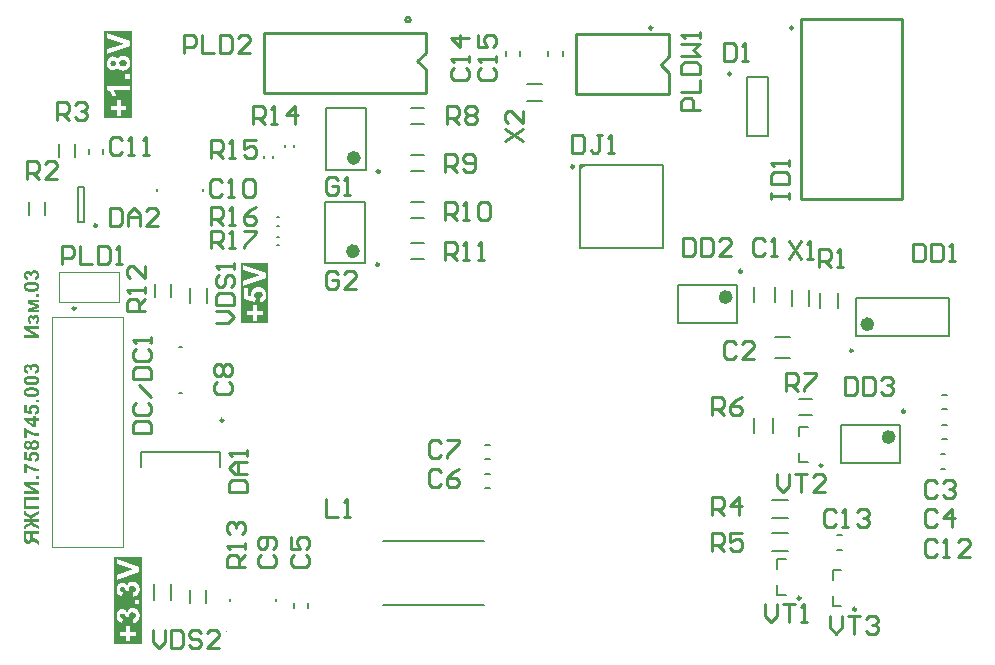
<source format=gto>
%FSLAX42Y42*%
%MOMM*%
G71*
G01*
G75*
G04 Layer_Color=65535*
%ADD10R,1.45X1.65*%
%ADD11R,1.65X1.45*%
%ADD12O,2.20X0.60*%
%ADD13R,1.30X1.80*%
%ADD14R,5.55X6.10*%
%ADD15R,1.55X0.60*%
%ADD16R,0.80X0.90*%
%ADD17R,0.90X0.80*%
%ADD18R,1.40X0.90*%
%ADD19R,0.90X1.40*%
%ADD20R,1.15X1.80*%
%ADD21R,1.80X1.15*%
%ADD22R,1.55X0.70*%
%ADD23R,0.70X1.55*%
%ADD24R,1.00X1.75*%
%ADD25R,1.75X1.00*%
%ADD26R,3.10X5.60*%
%ADD27C,0.29*%
%ADD28O,0.40X1.70*%
%ADD29R,1.65X2.00*%
G04:AMPARAMS|DCode=30|XSize=0.8mm|YSize=1.5mm|CornerRadius=0mm|HoleSize=0mm|Usage=FLASHONLY|Rotation=180.000|XOffset=0mm|YOffset=0mm|HoleType=Round|Shape=Octagon|*
%AMOCTAGOND30*
4,1,8,0.20,-0.75,-0.20,-0.75,-0.40,-0.55,-0.40,0.55,-0.20,0.75,0.20,0.75,0.40,0.55,0.40,-0.55,0.20,-0.75,0.0*
%
%ADD30OCTAGOND30*%

G04:AMPARAMS|DCode=31|XSize=0.8mm|YSize=1.5mm|CornerRadius=0mm|HoleSize=0mm|Usage=FLASHONLY|Rotation=90.000|XOffset=0mm|YOffset=0mm|HoleType=Round|Shape=Octagon|*
%AMOCTAGOND31*
4,1,8,-0.75,-0.20,-0.75,0.20,-0.55,0.40,0.55,0.40,0.75,0.20,0.75,-0.20,0.55,-0.40,-0.55,-0.40,-0.75,-0.20,0.0*
%
%ADD31OCTAGOND31*%

%ADD32O,1.35X0.55*%
%ADD33O,0.60X1.55*%
%ADD34R,1.10X0.60*%
%ADD35C,0.50*%
%ADD36C,0.30*%
%ADD37C,0.10*%
%ADD38C,1.00*%
%ADD39C,0.25*%
%ADD40C,0.15*%
%ADD41C,0.20*%
%ADD42C,1.70*%
%ADD43R,1.70X1.70*%
%ADD44R,1.70X1.70*%
%ADD45C,1.30*%
%ADD46R,1.30X1.30*%
%ADD47C,1.27*%
%ADD48C,0.40*%
%ADD49C,0.25*%
%ADD50C,0.60*%
%ADD51C,0.08*%
G36*
X265Y1887D02*
X267Y1887D01*
X269Y1887D01*
X271Y1887D01*
X273Y1886D01*
X277Y1885D01*
X280Y1884D01*
X282Y1883D01*
X285Y1881D01*
X287Y1880D01*
X289Y1878D01*
X291Y1876D01*
X292Y1876D01*
X292Y1876D01*
X292Y1875D01*
X293Y1874D01*
X294Y1873D01*
X295Y1872D01*
X296Y1870D01*
X297Y1868D01*
X298Y1866D01*
X299Y1864D01*
X300Y1861D01*
X301Y1859D01*
X302Y1856D01*
X302Y1853D01*
X302Y1849D01*
X302Y1846D01*
Y1846D01*
Y1845D01*
Y1844D01*
X302Y1843D01*
Y1842D01*
X302Y1840D01*
X302Y1838D01*
X301Y1836D01*
X300Y1831D01*
X299Y1826D01*
X296Y1821D01*
X295Y1819D01*
X293Y1817D01*
X293Y1817D01*
X293Y1816D01*
X292Y1816D01*
X291Y1815D01*
X290Y1814D01*
X289Y1813D01*
X287Y1811D01*
X286Y1810D01*
X283Y1809D01*
X281Y1808D01*
X279Y1806D01*
X276Y1805D01*
X273Y1805D01*
X270Y1804D01*
X267Y1803D01*
X263Y1803D01*
X262D01*
X260Y1803D01*
X257Y1804D01*
X254Y1805D01*
X251Y1805D01*
X248Y1807D01*
X244Y1808D01*
X244D01*
X244Y1809D01*
X243Y1809D01*
X241Y1811D01*
X240Y1812D01*
X237Y1815D01*
X235Y1817D01*
X233Y1821D01*
X231Y1825D01*
Y1824D01*
X231Y1824D01*
X230Y1823D01*
X229Y1821D01*
X228Y1819D01*
X227Y1817D01*
X225Y1815D01*
X222Y1813D01*
X220Y1811D01*
X220Y1810D01*
X219Y1810D01*
X217Y1809D01*
X215Y1809D01*
X213Y1808D01*
X210Y1807D01*
X208Y1807D01*
X204Y1806D01*
X203D01*
X202Y1807D01*
X201Y1807D01*
X200Y1807D01*
X196Y1808D01*
X193Y1809D01*
X189Y1811D01*
X187Y1812D01*
X185Y1813D01*
X183Y1815D01*
X181Y1816D01*
X181Y1817D01*
X181Y1817D01*
X180Y1817D01*
X179Y1818D01*
X179Y1819D01*
X178Y1821D01*
X177Y1822D01*
X176Y1824D01*
X175Y1826D01*
X174Y1828D01*
X174Y1830D01*
X173Y1833D01*
X172Y1835D01*
X172Y1838D01*
X172Y1841D01*
X171Y1845D01*
Y1845D01*
Y1846D01*
Y1847D01*
X172Y1848D01*
Y1849D01*
X172Y1851D01*
X172Y1853D01*
X173Y1855D01*
X174Y1860D01*
X175Y1864D01*
X177Y1867D01*
X178Y1869D01*
X179Y1871D01*
X181Y1873D01*
X181Y1873D01*
X181Y1873D01*
X182Y1874D01*
X183Y1875D01*
X184Y1876D01*
X185Y1876D01*
X187Y1878D01*
X191Y1880D01*
X195Y1882D01*
X199Y1883D01*
X202Y1883D01*
X204Y1883D01*
X206D01*
X208Y1883D01*
X210Y1883D01*
X212Y1882D01*
X215Y1881D01*
X218Y1880D01*
X220Y1879D01*
X221Y1878D01*
X222Y1878D01*
X223Y1877D01*
X224Y1875D01*
X226Y1873D01*
X228Y1871D01*
X229Y1869D01*
X231Y1866D01*
Y1866D01*
X231Y1866D01*
X231Y1867D01*
X232Y1867D01*
X233Y1869D01*
X234Y1872D01*
X236Y1874D01*
X238Y1877D01*
X241Y1880D01*
X243Y1882D01*
X244Y1882D01*
X245Y1883D01*
X247Y1884D01*
X249Y1885D01*
X252Y1886D01*
X255Y1887D01*
X259Y1887D01*
X263Y1887D01*
X264D01*
X265Y1887D01*
D02*
G37*
G36*
X192Y1987D02*
X192Y1987D01*
X193Y1986D01*
X193Y1985D01*
X195Y1984D01*
X196Y1983D01*
X197Y1982D01*
X199Y1980D01*
X201Y1979D01*
X203Y1977D01*
X206Y1975D01*
X208Y1974D01*
X211Y1972D01*
X214Y1970D01*
X218Y1968D01*
X221Y1966D01*
X221Y1965D01*
X222Y1965D01*
X223Y1965D01*
X224Y1964D01*
X226Y1963D01*
X228Y1962D01*
X231Y1961D01*
X233Y1960D01*
X236Y1958D01*
X239Y1957D01*
X243Y1956D01*
X246Y1954D01*
X254Y1952D01*
X262Y1949D01*
X262D01*
X263Y1949D01*
X264Y1949D01*
X265Y1949D01*
X267Y1948D01*
X269Y1948D01*
X272Y1947D01*
X275Y1947D01*
X277Y1946D01*
X280Y1946D01*
X287Y1945D01*
X294Y1944D01*
X300Y1944D01*
Y1920D01*
X299D01*
X297Y1921D01*
X295D01*
X293Y1921D01*
X290Y1921D01*
X287Y1922D01*
X283Y1922D01*
X279Y1923D01*
X275Y1923D01*
X271Y1924D01*
X266Y1925D01*
X261Y1926D01*
X256Y1928D01*
X251Y1929D01*
X246Y1931D01*
X246Y1931D01*
X245Y1932D01*
X243Y1932D01*
X241Y1933D01*
X239Y1934D01*
X236Y1935D01*
X233Y1937D01*
X229Y1938D01*
X226Y1940D01*
X222Y1942D01*
X218Y1945D01*
X213Y1947D01*
X205Y1953D01*
X197Y1959D01*
Y1903D01*
X174D01*
Y1987D01*
X192D01*
X192Y1987D01*
D02*
G37*
G36*
X260Y1790D02*
X261D01*
X263Y1790D01*
X265Y1790D01*
X267Y1790D01*
X271Y1788D01*
X276Y1787D01*
X278Y1786D01*
X281Y1784D01*
X283Y1783D01*
X285Y1781D01*
X286Y1781D01*
X286Y1781D01*
X287Y1780D01*
X288Y1779D01*
X289Y1778D01*
X291Y1776D01*
X292Y1774D01*
X294Y1772D01*
X295Y1770D01*
X297Y1767D01*
X298Y1765D01*
X299Y1762D01*
X301Y1758D01*
X301Y1755D01*
X302Y1751D01*
X302Y1747D01*
Y1747D01*
Y1746D01*
Y1745D01*
X302Y1744D01*
X302Y1742D01*
X302Y1740D01*
X301Y1739D01*
X301Y1736D01*
X300Y1732D01*
X298Y1727D01*
X297Y1725D01*
X296Y1722D01*
X294Y1720D01*
X293Y1718D01*
X292Y1718D01*
X292Y1717D01*
X292Y1717D01*
X291Y1716D01*
X290Y1715D01*
X289Y1714D01*
X287Y1713D01*
X286Y1712D01*
X282Y1710D01*
X278Y1708D01*
X273Y1706D01*
X270Y1705D01*
X267Y1704D01*
X264Y1729D01*
X265D01*
X266Y1729D01*
X267Y1730D01*
X269Y1730D01*
X271Y1731D01*
X274Y1732D01*
X276Y1733D01*
X278Y1735D01*
X278Y1735D01*
X279Y1736D01*
X279Y1737D01*
X280Y1739D01*
X281Y1740D01*
X282Y1742D01*
X282Y1744D01*
X282Y1747D01*
Y1747D01*
X282Y1748D01*
X282Y1750D01*
X282Y1751D01*
X281Y1754D01*
X280Y1756D01*
X279Y1758D01*
X276Y1760D01*
X276Y1760D01*
X275Y1761D01*
X274Y1762D01*
X272Y1763D01*
X269Y1764D01*
X266Y1765D01*
X262Y1765D01*
X258Y1765D01*
X256D01*
X254Y1765D01*
X251Y1765D01*
X248Y1764D01*
X245Y1763D01*
X242Y1762D01*
X240Y1760D01*
X240Y1760D01*
X239Y1759D01*
X238Y1758D01*
X237Y1756D01*
X236Y1754D01*
X235Y1752D01*
X234Y1749D01*
X234Y1746D01*
Y1746D01*
Y1746D01*
Y1745D01*
X234Y1744D01*
X235Y1742D01*
X235Y1740D01*
X236Y1737D01*
X238Y1734D01*
X239Y1732D01*
X240Y1731D01*
X242Y1729D01*
X243Y1727D01*
X240Y1708D01*
X174Y1720D01*
Y1785D01*
X197D01*
Y1739D01*
X219Y1735D01*
Y1735D01*
X218Y1735D01*
X218Y1736D01*
X217Y1738D01*
X216Y1740D01*
X216Y1742D01*
X215Y1745D01*
X215Y1748D01*
X214Y1751D01*
Y1752D01*
Y1752D01*
Y1753D01*
X215Y1754D01*
X215Y1756D01*
X215Y1757D01*
X215Y1759D01*
X216Y1761D01*
X217Y1765D01*
X218Y1768D01*
X220Y1770D01*
X221Y1772D01*
X222Y1775D01*
X224Y1777D01*
X226Y1779D01*
X227Y1779D01*
X227Y1780D01*
X228Y1780D01*
X228Y1781D01*
X230Y1782D01*
X231Y1783D01*
X233Y1784D01*
X235Y1785D01*
X237Y1786D01*
X239Y1787D01*
X242Y1788D01*
X244Y1789D01*
X247Y1790D01*
X250Y1790D01*
X254Y1790D01*
X257Y1791D01*
X259D01*
X260Y1790D01*
D02*
G37*
G36*
X300Y1560D02*
X275D01*
Y1585D01*
X300D01*
Y1560D01*
D02*
G37*
G36*
X192Y1688D02*
X192Y1688D01*
X193Y1688D01*
X193Y1687D01*
X195Y1686D01*
X196Y1685D01*
X197Y1683D01*
X199Y1682D01*
X201Y1680D01*
X203Y1679D01*
X206Y1677D01*
X208Y1675D01*
X211Y1673D01*
X214Y1671D01*
X218Y1669D01*
X221Y1667D01*
X221Y1667D01*
X222Y1667D01*
X223Y1666D01*
X224Y1665D01*
X226Y1665D01*
X228Y1664D01*
X231Y1662D01*
X233Y1661D01*
X236Y1660D01*
X239Y1658D01*
X243Y1657D01*
X246Y1656D01*
X254Y1653D01*
X262Y1651D01*
X262D01*
X263Y1651D01*
X264Y1650D01*
X265Y1650D01*
X267Y1650D01*
X269Y1649D01*
X272Y1649D01*
X275Y1648D01*
X277Y1648D01*
X280Y1647D01*
X287Y1646D01*
X294Y1646D01*
X300Y1646D01*
Y1622D01*
X299D01*
X297Y1622D01*
X295D01*
X293Y1622D01*
X290Y1623D01*
X287Y1623D01*
X283Y1623D01*
X279Y1624D01*
X275Y1625D01*
X271Y1626D01*
X266Y1627D01*
X261Y1628D01*
X256Y1629D01*
X251Y1631D01*
X246Y1633D01*
X246Y1633D01*
X245Y1633D01*
X243Y1634D01*
X241Y1635D01*
X239Y1636D01*
X236Y1637D01*
X233Y1638D01*
X229Y1640D01*
X226Y1642D01*
X222Y1644D01*
X218Y1646D01*
X213Y1649D01*
X205Y1654D01*
X197Y1660D01*
Y1605D01*
X174D01*
Y1689D01*
X192D01*
X192Y1688D01*
D02*
G37*
G36*
X243Y2334D02*
X246Y2334D01*
X249Y2334D01*
X253Y2333D01*
X257Y2333D01*
X266Y2331D01*
X270Y2330D01*
X274Y2329D01*
X278Y2328D01*
X282Y2326D01*
X286Y2324D01*
X289Y2322D01*
X289Y2321D01*
X290Y2321D01*
X290Y2320D01*
X291Y2320D01*
X292Y2319D01*
X293Y2317D01*
X294Y2316D01*
X296Y2314D01*
X297Y2312D01*
X298Y2310D01*
X299Y2308D01*
X300Y2305D01*
X301Y2302D01*
X302Y2299D01*
X302Y2296D01*
X302Y2293D01*
Y2293D01*
Y2292D01*
X302Y2291D01*
Y2290D01*
X302Y2288D01*
X301Y2286D01*
X301Y2284D01*
X300Y2282D01*
X300Y2280D01*
X299Y2277D01*
X298Y2274D01*
X296Y2272D01*
X294Y2270D01*
X293Y2267D01*
X290Y2265D01*
X288Y2262D01*
X288Y2262D01*
X287Y2262D01*
X286Y2261D01*
X285Y2261D01*
X283Y2260D01*
X281Y2259D01*
X279Y2258D01*
X276Y2257D01*
X273Y2256D01*
X269Y2255D01*
X265Y2254D01*
X260Y2253D01*
X255Y2252D01*
X249Y2252D01*
X243Y2251D01*
X237Y2251D01*
X233D01*
X231Y2251D01*
X228Y2251D01*
X224Y2252D01*
X221Y2252D01*
X216Y2253D01*
X208Y2254D01*
X204Y2255D01*
X199Y2256D01*
X195Y2258D01*
X191Y2259D01*
X188Y2261D01*
X185Y2264D01*
X184Y2264D01*
X184Y2264D01*
X183Y2265D01*
X182Y2266D01*
X181Y2267D01*
X180Y2268D01*
X179Y2270D01*
X178Y2271D01*
X177Y2273D01*
X176Y2275D01*
X174Y2278D01*
X173Y2280D01*
X173Y2283D01*
X172Y2286D01*
X172Y2289D01*
X171Y2293D01*
Y2293D01*
Y2293D01*
Y2294D01*
X172Y2296D01*
X172Y2297D01*
X172Y2299D01*
X173Y2301D01*
X173Y2303D01*
X174Y2306D01*
X175Y2308D01*
X176Y2310D01*
X177Y2313D01*
X179Y2315D01*
X180Y2318D01*
X182Y2320D01*
X185Y2322D01*
X185Y2322D01*
X185Y2322D01*
X186Y2323D01*
X188Y2324D01*
X189Y2325D01*
X192Y2326D01*
X194Y2327D01*
X197Y2328D01*
X201Y2329D01*
X204Y2330D01*
X209Y2332D01*
X213Y2332D01*
X219Y2333D01*
X224Y2334D01*
X230Y2334D01*
X237Y2334D01*
X240D01*
X243Y2334D01*
D02*
G37*
G36*
Y2434D02*
X246Y2434D01*
X249Y2433D01*
X253Y2433D01*
X257Y2432D01*
X266Y2431D01*
X270Y2430D01*
X274Y2429D01*
X278Y2427D01*
X282Y2425D01*
X286Y2423D01*
X289Y2421D01*
X289Y2421D01*
X290Y2421D01*
X290Y2420D01*
X291Y2419D01*
X292Y2418D01*
X293Y2417D01*
X294Y2415D01*
X296Y2414D01*
X297Y2412D01*
X298Y2410D01*
X299Y2407D01*
X300Y2405D01*
X301Y2402D01*
X302Y2399D01*
X302Y2396D01*
X302Y2392D01*
Y2392D01*
Y2391D01*
X302Y2390D01*
Y2389D01*
X302Y2387D01*
X301Y2386D01*
X301Y2384D01*
X300Y2381D01*
X300Y2379D01*
X299Y2377D01*
X298Y2374D01*
X296Y2371D01*
X294Y2369D01*
X293Y2367D01*
X290Y2364D01*
X288Y2362D01*
X288Y2362D01*
X287Y2361D01*
X286Y2361D01*
X285Y2360D01*
X283Y2359D01*
X281Y2358D01*
X279Y2357D01*
X276Y2356D01*
X273Y2355D01*
X269Y2354D01*
X265Y2353D01*
X260Y2352D01*
X255Y2352D01*
X249Y2351D01*
X243Y2351D01*
X237Y2351D01*
X233D01*
X231Y2351D01*
X228Y2351D01*
X224Y2351D01*
X221Y2352D01*
X216Y2352D01*
X208Y2354D01*
X204Y2355D01*
X199Y2356D01*
X195Y2357D01*
X191Y2359D01*
X188Y2361D01*
X185Y2363D01*
X184Y2363D01*
X184Y2364D01*
X183Y2364D01*
X182Y2365D01*
X181Y2366D01*
X180Y2367D01*
X179Y2369D01*
X178Y2371D01*
X177Y2373D01*
X176Y2375D01*
X174Y2377D01*
X173Y2380D01*
X173Y2383D01*
X172Y2386D01*
X172Y2389D01*
X171Y2392D01*
Y2392D01*
Y2393D01*
Y2394D01*
X172Y2395D01*
X172Y2397D01*
X172Y2399D01*
X173Y2401D01*
X173Y2403D01*
X174Y2405D01*
X175Y2407D01*
X176Y2410D01*
X177Y2412D01*
X179Y2415D01*
X180Y2417D01*
X182Y2419D01*
X185Y2421D01*
X185Y2422D01*
X185Y2422D01*
X186Y2422D01*
X188Y2423D01*
X189Y2424D01*
X192Y2425D01*
X194Y2426D01*
X197Y2428D01*
X201Y2429D01*
X204Y2430D01*
X209Y2431D01*
X213Y2432D01*
X219Y2433D01*
X224Y2433D01*
X230Y2434D01*
X237Y2434D01*
X240D01*
X243Y2434D01*
D02*
G37*
G36*
X300Y2207D02*
X275D01*
Y2231D01*
X300D01*
Y2207D01*
D02*
G37*
G36*
X274Y2074D02*
X300D01*
Y2051D01*
X274D01*
Y1998D01*
X253D01*
X171Y2054D01*
Y2074D01*
X253D01*
Y2090D01*
X274D01*
Y2074D01*
D02*
G37*
G36*
X260Y2188D02*
X261D01*
X263Y2188D01*
X265Y2188D01*
X267Y2188D01*
X271Y2186D01*
X276Y2185D01*
X278Y2184D01*
X281Y2182D01*
X283Y2181D01*
X285Y2179D01*
X286Y2179D01*
X286Y2179D01*
X287Y2178D01*
X288Y2177D01*
X289Y2176D01*
X291Y2174D01*
X292Y2172D01*
X294Y2170D01*
X295Y2168D01*
X297Y2165D01*
X298Y2163D01*
X299Y2160D01*
X301Y2156D01*
X301Y2153D01*
X302Y2149D01*
X302Y2145D01*
Y2145D01*
Y2144D01*
Y2143D01*
X302Y2142D01*
X302Y2140D01*
X302Y2138D01*
X301Y2137D01*
X301Y2134D01*
X300Y2130D01*
X298Y2125D01*
X297Y2123D01*
X296Y2120D01*
X294Y2118D01*
X293Y2116D01*
X292Y2116D01*
X292Y2115D01*
X292Y2115D01*
X291Y2114D01*
X290Y2113D01*
X289Y2112D01*
X287Y2111D01*
X286Y2110D01*
X282Y2108D01*
X278Y2106D01*
X273Y2104D01*
X270Y2103D01*
X267Y2102D01*
X264Y2127D01*
X265D01*
X266Y2127D01*
X267Y2128D01*
X269Y2128D01*
X271Y2129D01*
X274Y2130D01*
X276Y2131D01*
X278Y2133D01*
X278Y2133D01*
X279Y2134D01*
X279Y2135D01*
X280Y2137D01*
X281Y2138D01*
X282Y2140D01*
X282Y2142D01*
X282Y2145D01*
Y2145D01*
X282Y2146D01*
X282Y2148D01*
X282Y2149D01*
X281Y2152D01*
X280Y2154D01*
X279Y2156D01*
X276Y2158D01*
X276Y2158D01*
X275Y2159D01*
X274Y2160D01*
X272Y2161D01*
X269Y2162D01*
X266Y2163D01*
X262Y2163D01*
X258Y2163D01*
X256D01*
X254Y2163D01*
X251Y2163D01*
X248Y2162D01*
X245Y2161D01*
X242Y2160D01*
X240Y2158D01*
X240Y2158D01*
X239Y2157D01*
X238Y2156D01*
X237Y2154D01*
X236Y2152D01*
X235Y2150D01*
X234Y2147D01*
X234Y2144D01*
Y2144D01*
Y2144D01*
Y2143D01*
X234Y2142D01*
X235Y2140D01*
X235Y2138D01*
X236Y2135D01*
X238Y2132D01*
X239Y2130D01*
X240Y2129D01*
X242Y2127D01*
X243Y2125D01*
X240Y2106D01*
X174Y2118D01*
Y2183D01*
X197D01*
Y2137D01*
X219Y2133D01*
Y2133D01*
X218Y2133D01*
X218Y2134D01*
X217Y2136D01*
X216Y2138D01*
X216Y2140D01*
X215Y2143D01*
X215Y2146D01*
X214Y2149D01*
Y2150D01*
Y2150D01*
Y2151D01*
X215Y2152D01*
X215Y2154D01*
X215Y2155D01*
X215Y2157D01*
X216Y2159D01*
X217Y2163D01*
X218Y2166D01*
X220Y2168D01*
X221Y2170D01*
X222Y2173D01*
X224Y2175D01*
X226Y2177D01*
X227Y2177D01*
X227Y2178D01*
X228Y2178D01*
X228Y2179D01*
X230Y2180D01*
X231Y2181D01*
X233Y2182D01*
X235Y2183D01*
X237Y2184D01*
X239Y2185D01*
X242Y2186D01*
X244Y2187D01*
X247Y2188D01*
X250Y2188D01*
X254Y2188D01*
X257Y2189D01*
X259D01*
X260Y2188D01*
D02*
G37*
G36*
X300Y3099D02*
X275D01*
Y3124D01*
X300D01*
Y3099D01*
D02*
G37*
G36*
X243Y3227D02*
X246Y3227D01*
X249Y3226D01*
X253Y3226D01*
X257Y3225D01*
X266Y3224D01*
X270Y3223D01*
X274Y3222D01*
X278Y3220D01*
X282Y3218D01*
X286Y3216D01*
X289Y3214D01*
X289Y3214D01*
X290Y3214D01*
X290Y3213D01*
X291Y3212D01*
X292Y3211D01*
X293Y3210D01*
X294Y3208D01*
X296Y3207D01*
X297Y3205D01*
X298Y3203D01*
X299Y3200D01*
X300Y3198D01*
X301Y3195D01*
X302Y3192D01*
X302Y3189D01*
X302Y3185D01*
Y3185D01*
Y3185D01*
X302Y3183D01*
Y3182D01*
X302Y3181D01*
X301Y3179D01*
X301Y3177D01*
X300Y3174D01*
X300Y3172D01*
X299Y3170D01*
X298Y3167D01*
X296Y3165D01*
X294Y3162D01*
X293Y3160D01*
X290Y3157D01*
X288Y3155D01*
X288Y3155D01*
X287Y3154D01*
X286Y3154D01*
X285Y3153D01*
X283Y3152D01*
X281Y3151D01*
X279Y3150D01*
X276Y3149D01*
X273Y3148D01*
X269Y3147D01*
X265Y3146D01*
X260Y3145D01*
X255Y3145D01*
X249Y3144D01*
X243Y3144D01*
X237Y3144D01*
X233D01*
X231Y3144D01*
X228Y3144D01*
X224Y3144D01*
X221Y3145D01*
X216Y3145D01*
X208Y3147D01*
X204Y3148D01*
X199Y3149D01*
X195Y3150D01*
X191Y3152D01*
X188Y3154D01*
X185Y3156D01*
X184Y3156D01*
X184Y3157D01*
X183Y3157D01*
X182Y3158D01*
X181Y3159D01*
X180Y3161D01*
X179Y3162D01*
X178Y3164D01*
X177Y3166D01*
X176Y3168D01*
X174Y3170D01*
X173Y3173D01*
X173Y3176D01*
X172Y3179D01*
X172Y3182D01*
X171Y3185D01*
Y3185D01*
Y3186D01*
Y3187D01*
X172Y3188D01*
X172Y3190D01*
X172Y3192D01*
X173Y3194D01*
X173Y3196D01*
X174Y3198D01*
X175Y3201D01*
X176Y3203D01*
X177Y3205D01*
X179Y3208D01*
X180Y3210D01*
X182Y3212D01*
X185Y3214D01*
X185Y3215D01*
X185Y3215D01*
X186Y3216D01*
X188Y3216D01*
X189Y3217D01*
X192Y3218D01*
X194Y3220D01*
X197Y3221D01*
X201Y3222D01*
X204Y3223D01*
X209Y3224D01*
X213Y3225D01*
X219Y3226D01*
X224Y3226D01*
X230Y3227D01*
X237Y3227D01*
X240D01*
X243Y3227D01*
D02*
G37*
G36*
X300Y3054D02*
X239D01*
X300Y3031D01*
Y3010D01*
X239Y2989D01*
X300D01*
Y2968D01*
X207D01*
Y2998D01*
X272Y3021D01*
X207Y3044D01*
Y3075D01*
X300D01*
Y3054D01*
D02*
G37*
G36*
Y2828D02*
X216D01*
X300Y2776D01*
Y2750D01*
X172D01*
Y2774D01*
X258D01*
X172Y2827D01*
Y2852D01*
X300D01*
Y2828D01*
D02*
G37*
G36*
X278Y2947D02*
X279Y2947D01*
X282Y2946D01*
X285Y2945D01*
X288Y2943D01*
X290Y2942D01*
X291Y2941D01*
X293Y2939D01*
X294Y2937D01*
Y2937D01*
X295Y2937D01*
X295Y2936D01*
X295Y2935D01*
X296Y2935D01*
X297Y2933D01*
X298Y2932D01*
X298Y2930D01*
X299Y2928D01*
X300Y2926D01*
X300Y2924D01*
X301Y2921D01*
X301Y2918D01*
X302Y2915D01*
X302Y2912D01*
Y2908D01*
Y2908D01*
Y2907D01*
X302Y2905D01*
X302Y2903D01*
X301Y2900D01*
X301Y2897D01*
X300Y2894D01*
X299Y2891D01*
X298Y2887D01*
X296Y2884D01*
X294Y2880D01*
X291Y2877D01*
X288Y2874D01*
X285Y2871D01*
X281Y2869D01*
X276Y2868D01*
X272Y2890D01*
X272D01*
X273Y2890D01*
X273Y2891D01*
X274Y2891D01*
X276Y2892D01*
X279Y2894D01*
X281Y2897D01*
X284Y2900D01*
X284Y2902D01*
X285Y2904D01*
X286Y2906D01*
X286Y2908D01*
Y2908D01*
Y2909D01*
X286Y2910D01*
X285Y2912D01*
X285Y2914D01*
X284Y2916D01*
X283Y2917D01*
X282Y2919D01*
X282Y2919D01*
X282Y2920D01*
X281Y2920D01*
X280Y2921D01*
X279Y2922D01*
X277Y2923D01*
X275Y2923D01*
X274Y2923D01*
X273D01*
X272Y2923D01*
X271Y2923D01*
X269Y2922D01*
X268Y2921D01*
X266Y2920D01*
X265Y2919D01*
X265Y2919D01*
X265Y2918D01*
X264Y2917D01*
X263Y2916D01*
X263Y2914D01*
X263Y2912D01*
X262Y2910D01*
X262Y2908D01*
Y2904D01*
X246D01*
Y2904D01*
Y2904D01*
Y2906D01*
X246Y2907D01*
X246Y2910D01*
X245Y2912D01*
X245Y2913D01*
Y2913D01*
X245Y2913D01*
X245Y2914D01*
X244Y2914D01*
X243Y2916D01*
X242Y2917D01*
X241Y2918D01*
X241Y2918D01*
X241Y2919D01*
X240Y2919D01*
X239Y2920D01*
X238Y2920D01*
X237Y2920D01*
X236Y2921D01*
X234Y2921D01*
X233D01*
X232Y2921D01*
X231Y2920D01*
X230Y2920D01*
X229Y2920D01*
X227Y2919D01*
X226Y2918D01*
X226Y2917D01*
X225Y2917D01*
X225Y2916D01*
X224Y2915D01*
X223Y2914D01*
X223Y2912D01*
X222Y2910D01*
X222Y2908D01*
Y2908D01*
Y2907D01*
X222Y2906D01*
Y2905D01*
X223Y2902D01*
X224Y2900D01*
X224Y2899D01*
X224Y2899D01*
X225Y2898D01*
X225Y2898D01*
X226Y2897D01*
X228Y2896D01*
X229Y2894D01*
X232Y2893D01*
X234Y2892D01*
X230Y2871D01*
X230D01*
X229Y2872D01*
X229Y2872D01*
X228Y2872D01*
X226Y2873D01*
X223Y2874D01*
X220Y2876D01*
X217Y2878D01*
X214Y2881D01*
X212Y2885D01*
Y2885D01*
X211Y2885D01*
X211Y2886D01*
X211Y2887D01*
X210Y2888D01*
X210Y2889D01*
X208Y2892D01*
X207Y2895D01*
X206Y2899D01*
X205Y2904D01*
X205Y2908D01*
Y2908D01*
Y2909D01*
Y2910D01*
X205Y2911D01*
Y2912D01*
X206Y2914D01*
X206Y2918D01*
X207Y2922D01*
X208Y2926D01*
X210Y2931D01*
X213Y2934D01*
Y2935D01*
X213Y2935D01*
X214Y2936D01*
X216Y2937D01*
X218Y2939D01*
X221Y2941D01*
X224Y2942D01*
X228Y2943D01*
X230Y2943D01*
X232Y2944D01*
X233D01*
X235Y2943D01*
X236Y2943D01*
X238Y2943D01*
X240Y2942D01*
X242Y2941D01*
X244Y2940D01*
X244Y2939D01*
X245Y2939D01*
X246Y2938D01*
X247Y2937D01*
X248Y2935D01*
X250Y2933D01*
X252Y2930D01*
X253Y2927D01*
Y2927D01*
X253Y2927D01*
Y2928D01*
X254Y2929D01*
X254Y2931D01*
X255Y2933D01*
X256Y2935D01*
X258Y2938D01*
X259Y2940D01*
X262Y2943D01*
X262Y2943D01*
X263Y2943D01*
X264Y2944D01*
X265Y2945D01*
X267Y2946D01*
X270Y2947D01*
X273Y2947D01*
X276Y2948D01*
X277D01*
X278Y2947D01*
D02*
G37*
G36*
X300Y1380D02*
X194D01*
Y1329D01*
X300D01*
Y1303D01*
X172D01*
Y1406D01*
X300D01*
Y1380D01*
D02*
G37*
G36*
Y1510D02*
X216D01*
X300Y1458D01*
Y1432D01*
X172D01*
Y1456D01*
X258D01*
X172Y1509D01*
Y1534D01*
X300D01*
Y1510D01*
D02*
G37*
G36*
Y1258D02*
X267Y1242D01*
X267D01*
X266Y1242D01*
X266Y1242D01*
X264Y1241D01*
X264Y1241D01*
X263Y1240D01*
X263Y1240D01*
X262Y1240D01*
X261Y1239D01*
X260Y1238D01*
X258Y1238D01*
X258D01*
X258Y1237D01*
X257Y1237D01*
X255Y1236D01*
X253Y1235D01*
X251Y1234D01*
X249Y1232D01*
X248Y1231D01*
X247Y1230D01*
X246Y1229D01*
X246Y1229D01*
X246Y1228D01*
X245Y1228D01*
X245Y1226D01*
X244Y1225D01*
X244Y1224D01*
X244Y1222D01*
X300D01*
Y1197D01*
X244D01*
Y1197D01*
Y1196D01*
X244Y1195D01*
X244Y1194D01*
X245Y1192D01*
X246Y1190D01*
X246Y1189D01*
X247Y1189D01*
X247Y1188D01*
X248Y1188D01*
X249Y1187D01*
X250Y1185D01*
X252Y1184D01*
X255Y1183D01*
X258Y1181D01*
X258Y1181D01*
X259Y1181D01*
X260Y1180D01*
X261Y1179D01*
X262Y1179D01*
X263Y1178D01*
X264Y1178D01*
X264Y1178D01*
X264Y1177D01*
X265Y1177D01*
X266Y1177D01*
X267Y1176D01*
X300Y1161D01*
Y1131D01*
X265Y1148D01*
X265D01*
X264Y1148D01*
X264Y1148D01*
X263Y1149D01*
X262Y1150D01*
X260Y1150D01*
X257Y1152D01*
X254Y1154D01*
X251Y1156D01*
X247Y1158D01*
X244Y1160D01*
X244Y1160D01*
X243Y1161D01*
X242Y1162D01*
X240Y1164D01*
X238Y1166D01*
X237Y1169D01*
X235Y1171D01*
X234Y1175D01*
X234Y1174D01*
X233Y1174D01*
X233Y1172D01*
X232Y1171D01*
X230Y1169D01*
X229Y1167D01*
X227Y1166D01*
X226Y1165D01*
X226Y1165D01*
X225Y1164D01*
X224Y1164D01*
X223Y1163D01*
X221Y1162D01*
X219Y1162D01*
X217Y1161D01*
X215Y1160D01*
X215D01*
X214Y1159D01*
X214Y1159D01*
X213Y1159D01*
X211Y1158D01*
X208Y1157D01*
X205Y1156D01*
X203Y1155D01*
X201Y1154D01*
X199Y1153D01*
X199Y1153D01*
X198D01*
X198Y1153D01*
X197Y1152D01*
X196Y1151D01*
X194Y1150D01*
X193Y1148D01*
X193Y1147D01*
X192Y1147D01*
X192Y1146D01*
X192Y1146D01*
X191Y1144D01*
X191Y1142D01*
X191Y1140D01*
X190Y1138D01*
Y1135D01*
Y1135D01*
Y1134D01*
Y1133D01*
Y1132D01*
X171D01*
Y1132D01*
Y1132D01*
Y1133D01*
X171Y1135D01*
Y1135D01*
Y1135D01*
Y1136D01*
Y1136D01*
Y1137D01*
Y1138D01*
X172Y1140D01*
Y1142D01*
X172Y1146D01*
X173Y1150D01*
X174Y1155D01*
X175Y1159D01*
X176Y1161D01*
X177Y1162D01*
X177Y1163D01*
X178Y1164D01*
X179Y1164D01*
X180Y1165D01*
X181Y1166D01*
X182Y1167D01*
X184Y1168D01*
X185Y1170D01*
X188Y1171D01*
X190Y1172D01*
X193Y1174D01*
X195Y1175D01*
X199Y1176D01*
X202Y1178D01*
X202D01*
X203Y1178D01*
X204Y1178D01*
X205Y1179D01*
X206Y1179D01*
X207Y1180D01*
X210Y1181D01*
X214Y1182D01*
X217Y1184D01*
X220Y1185D01*
X221Y1186D01*
X222Y1187D01*
X222Y1187D01*
X222Y1187D01*
X223Y1188D01*
X224Y1189D01*
X225Y1191D01*
X225Y1193D01*
X226Y1194D01*
X226Y1197D01*
X172D01*
Y1222D01*
X226D01*
Y1222D01*
X226Y1223D01*
X226Y1224D01*
X226Y1226D01*
X225Y1227D01*
X224Y1229D01*
X223Y1230D01*
X222Y1232D01*
X222Y1232D01*
X221Y1232D01*
X220Y1233D01*
X218Y1234D01*
X216Y1235D01*
X215Y1235D01*
X213Y1236D01*
X212Y1237D01*
X210Y1238D01*
X207Y1239D01*
X205Y1240D01*
X202Y1241D01*
X202D01*
X201Y1241D01*
X200Y1242D01*
X199Y1242D01*
X197Y1243D01*
X196Y1244D01*
X192Y1246D01*
X187Y1248D01*
X183Y1251D01*
X181Y1252D01*
X179Y1254D01*
X178Y1255D01*
X177Y1257D01*
Y1257D01*
X177Y1257D01*
X176Y1257D01*
X176Y1258D01*
X175Y1259D01*
X175Y1260D01*
X175Y1261D01*
X174Y1263D01*
X173Y1265D01*
X173Y1267D01*
X173Y1269D01*
X172Y1271D01*
X172Y1274D01*
X172Y1277D01*
X171Y1280D01*
Y1283D01*
Y1283D01*
Y1284D01*
Y1285D01*
X171Y1286D01*
Y1287D01*
X190D01*
Y1283D01*
Y1283D01*
Y1282D01*
X191Y1280D01*
Y1279D01*
X191Y1275D01*
X192Y1273D01*
X193Y1271D01*
Y1271D01*
X193Y1271D01*
X193Y1270D01*
X194Y1269D01*
X195Y1268D01*
X196Y1267D01*
X197Y1267D01*
X198Y1266D01*
X199Y1265D01*
X199Y1265D01*
X200Y1265D01*
X202Y1264D01*
X204Y1263D01*
X207Y1262D01*
X211Y1260D01*
X212Y1260D01*
X215Y1259D01*
X215Y1259D01*
X216Y1259D01*
X217Y1258D01*
X219Y1257D01*
X220Y1256D01*
X222Y1256D01*
X226Y1254D01*
X226Y1253D01*
X227Y1253D01*
X227Y1252D01*
X228Y1252D01*
X230Y1250D01*
X231Y1248D01*
X233Y1247D01*
X234Y1244D01*
Y1244D01*
X234Y1244D01*
X235Y1246D01*
X235Y1247D01*
X236Y1249D01*
X238Y1251D01*
X239Y1254D01*
X242Y1256D01*
X244Y1258D01*
X244Y1258D01*
X245Y1259D01*
X247Y1260D01*
X249Y1262D01*
X252Y1264D01*
X256Y1266D01*
X260Y1268D01*
X265Y1271D01*
X300Y1288D01*
Y1258D01*
D02*
G37*
G36*
X264Y3327D02*
X266Y3327D01*
X267Y3327D01*
X269Y3327D01*
X271Y3326D01*
X276Y3325D01*
X278Y3324D01*
X281Y3322D01*
X283Y3321D01*
X286Y3319D01*
X288Y3317D01*
X290Y3315D01*
X290Y3315D01*
X291Y3315D01*
X291Y3314D01*
X292Y3313D01*
X293Y3312D01*
X294Y3310D01*
X295Y3309D01*
X296Y3307D01*
X297Y3305D01*
X298Y3302D01*
X299Y3300D01*
X300Y3297D01*
X301Y3294D01*
X302Y3291D01*
X302Y3288D01*
X302Y3284D01*
Y3284D01*
Y3284D01*
Y3283D01*
X302Y3282D01*
X302Y3280D01*
X302Y3278D01*
X301Y3276D01*
X301Y3274D01*
X300Y3270D01*
X298Y3265D01*
X297Y3263D01*
X295Y3260D01*
X294Y3258D01*
X292Y3255D01*
X292Y3255D01*
X292Y3255D01*
X291Y3254D01*
X290Y3254D01*
X289Y3253D01*
X288Y3252D01*
X287Y3251D01*
X285Y3250D01*
X281Y3247D01*
X277Y3245D01*
X272Y3243D01*
X269Y3243D01*
X266Y3242D01*
X263Y3266D01*
X263D01*
X265Y3266D01*
X266Y3267D01*
X268Y3267D01*
X271Y3268D01*
X273Y3269D01*
X275Y3271D01*
X277Y3272D01*
X277Y3272D01*
X278Y3273D01*
X279Y3274D01*
X279Y3276D01*
X280Y3277D01*
X281Y3279D01*
X282Y3282D01*
X282Y3284D01*
Y3285D01*
X282Y3286D01*
X281Y3287D01*
X281Y3289D01*
X280Y3291D01*
X279Y3293D01*
X278Y3295D01*
X276Y3297D01*
X276Y3297D01*
X275Y3298D01*
X274Y3299D01*
X272Y3300D01*
X270Y3301D01*
X267Y3302D01*
X264Y3302D01*
X261Y3302D01*
X259D01*
X257Y3302D01*
X255Y3302D01*
X253Y3301D01*
X251Y3300D01*
X248Y3299D01*
X246Y3297D01*
X246Y3297D01*
X245Y3296D01*
X244Y3295D01*
X243Y3294D01*
X242Y3292D01*
X241Y3290D01*
X241Y3288D01*
X240Y3285D01*
Y3285D01*
Y3284D01*
Y3283D01*
X241Y3282D01*
X241Y3280D01*
X241Y3279D01*
X242Y3276D01*
X242Y3274D01*
X222Y3277D01*
Y3277D01*
Y3277D01*
Y3278D01*
Y3278D01*
X222Y3280D01*
X222Y3282D01*
X221Y3285D01*
X221Y3287D01*
X220Y3290D01*
X218Y3292D01*
X218Y3292D01*
X217Y3293D01*
X216Y3294D01*
X215Y3295D01*
X213Y3296D01*
X211Y3297D01*
X209Y3297D01*
X206Y3297D01*
X205D01*
X204Y3297D01*
X202Y3297D01*
X201Y3296D01*
X199Y3296D01*
X197Y3295D01*
X196Y3293D01*
X196Y3293D01*
X195Y3293D01*
X194Y3292D01*
X194Y3291D01*
X193Y3289D01*
X192Y3287D01*
X192Y3285D01*
X192Y3283D01*
Y3283D01*
Y3282D01*
X192Y3281D01*
X192Y3279D01*
X193Y3278D01*
X194Y3276D01*
X195Y3274D01*
X196Y3272D01*
X196Y3272D01*
X197Y3271D01*
X198Y3271D01*
X199Y3270D01*
X201Y3269D01*
X203Y3268D01*
X206Y3267D01*
X209Y3267D01*
X205Y3244D01*
X205D01*
X204Y3244D01*
X204D01*
X203Y3245D01*
X201Y3245D01*
X198Y3246D01*
X195Y3247D01*
X192Y3248D01*
X189Y3250D01*
X186Y3251D01*
X186Y3251D01*
X185Y3252D01*
X184Y3253D01*
X182Y3255D01*
X181Y3257D01*
X179Y3259D01*
X177Y3262D01*
X175Y3265D01*
Y3265D01*
X175Y3265D01*
X175Y3266D01*
X174Y3268D01*
X173Y3270D01*
X173Y3273D01*
X172Y3276D01*
X172Y3280D01*
X171Y3284D01*
Y3284D01*
Y3284D01*
Y3285D01*
X172Y3287D01*
X172Y3288D01*
X172Y3290D01*
X172Y3292D01*
X173Y3294D01*
X174Y3299D01*
X175Y3301D01*
X176Y3304D01*
X178Y3306D01*
X179Y3308D01*
X181Y3311D01*
X183Y3313D01*
X183Y3313D01*
X183Y3313D01*
X184Y3314D01*
X185Y3314D01*
X187Y3316D01*
X189Y3317D01*
X192Y3319D01*
X196Y3321D01*
X200Y3321D01*
X202Y3322D01*
X204Y3322D01*
X205D01*
X206Y3322D01*
X207D01*
X208Y3321D01*
X210Y3321D01*
X212Y3320D01*
X214Y3320D01*
X216Y3319D01*
X218Y3317D01*
X221Y3316D01*
X223Y3314D01*
X225Y3312D01*
X227Y3310D01*
X229Y3307D01*
X231Y3303D01*
Y3304D01*
X232Y3304D01*
Y3305D01*
X232Y3305D01*
X232Y3307D01*
X233Y3310D01*
X235Y3313D01*
X237Y3315D01*
X239Y3318D01*
X242Y3321D01*
X242Y3321D01*
X243Y3322D01*
X245Y3323D01*
X247Y3324D01*
X250Y3325D01*
X254Y3327D01*
X257Y3327D01*
X262Y3328D01*
X263D01*
X264Y3327D01*
D02*
G37*
G36*
X300Y1089D02*
X247D01*
Y1084D01*
Y1084D01*
Y1084D01*
Y1083D01*
Y1082D01*
X247Y1080D01*
X247Y1077D01*
X247Y1074D01*
X248Y1072D01*
X249Y1069D01*
X250Y1067D01*
X251Y1066D01*
X251Y1066D01*
X252Y1064D01*
X253Y1064D01*
X254Y1063D01*
X256Y1061D01*
X257Y1060D01*
X259Y1059D01*
X261Y1057D01*
X263Y1056D01*
X266Y1054D01*
X269Y1052D01*
X272Y1049D01*
X300Y1031D01*
Y1000D01*
X275Y1016D01*
X275Y1016D01*
X275Y1016D01*
X274Y1017D01*
X273Y1017D01*
X271Y1018D01*
X270Y1019D01*
X267Y1021D01*
X263Y1023D01*
X260Y1026D01*
X257Y1028D01*
X255Y1029D01*
X254Y1030D01*
X254Y1030D01*
X253Y1031D01*
X252Y1033D01*
X251Y1034D01*
X249Y1036D01*
X247Y1038D01*
X245Y1041D01*
X243Y1044D01*
Y1044D01*
X243Y1043D01*
X243Y1042D01*
X243Y1041D01*
X243Y1040D01*
X242Y1038D01*
X241Y1034D01*
X239Y1030D01*
X237Y1026D01*
X234Y1022D01*
X233Y1020D01*
X231Y1018D01*
X231D01*
X231Y1018D01*
X230Y1018D01*
X229Y1017D01*
X228Y1017D01*
X227Y1016D01*
X225Y1014D01*
X221Y1013D01*
X217Y1012D01*
X213Y1011D01*
X208Y1010D01*
X207D01*
X206Y1011D01*
X205D01*
X204Y1011D01*
X201Y1011D01*
X198Y1012D01*
X194Y1013D01*
X191Y1014D01*
X187Y1016D01*
X187D01*
X187Y1017D01*
X186Y1018D01*
X184Y1019D01*
X182Y1021D01*
X180Y1023D01*
X178Y1025D01*
X177Y1028D01*
X175Y1032D01*
Y1032D01*
X175Y1032D01*
X175Y1033D01*
X175Y1034D01*
X174Y1035D01*
X174Y1036D01*
X174Y1037D01*
X173Y1039D01*
X173Y1041D01*
X173Y1043D01*
X173Y1045D01*
X173Y1048D01*
X172Y1051D01*
X172Y1054D01*
X172Y1057D01*
Y1061D01*
Y1115D01*
X300D01*
Y1089D01*
D02*
G37*
G36*
X1089Y4615D02*
X852D01*
Y5353D01*
X1089D01*
Y4615D01*
D02*
G37*
G36*
X2242Y2876D02*
X2007D01*
Y3390D01*
X2242D01*
Y2876D01*
D02*
G37*
G36*
X1170Y162D02*
X933D01*
Y901D01*
X1170D01*
Y162D01*
D02*
G37*
G36*
X4883Y4180D02*
Y4217D01*
X4920D01*
X4883Y4180D01*
D02*
G37*
G36*
X264Y2534D02*
X266Y2534D01*
X267Y2534D01*
X269Y2534D01*
X271Y2533D01*
X276Y2531D01*
X278Y2531D01*
X281Y2529D01*
X283Y2528D01*
X286Y2526D01*
X288Y2524D01*
X290Y2522D01*
X290Y2522D01*
X291Y2522D01*
X291Y2521D01*
X292Y2520D01*
X293Y2519D01*
X294Y2517D01*
X295Y2516D01*
X296Y2514D01*
X297Y2512D01*
X298Y2509D01*
X299Y2507D01*
X300Y2504D01*
X301Y2501D01*
X302Y2498D01*
X302Y2495D01*
X302Y2491D01*
Y2491D01*
Y2491D01*
Y2490D01*
X302Y2488D01*
X302Y2487D01*
X302Y2485D01*
X301Y2483D01*
X301Y2481D01*
X300Y2477D01*
X298Y2472D01*
X297Y2469D01*
X295Y2467D01*
X294Y2465D01*
X292Y2462D01*
X292Y2462D01*
X292Y2462D01*
X291Y2461D01*
X290Y2461D01*
X289Y2460D01*
X288Y2459D01*
X287Y2458D01*
X285Y2457D01*
X281Y2454D01*
X277Y2452D01*
X272Y2450D01*
X269Y2450D01*
X266Y2449D01*
X263Y2473D01*
X263D01*
X265Y2473D01*
X266Y2474D01*
X268Y2474D01*
X271Y2475D01*
X273Y2476D01*
X275Y2477D01*
X277Y2479D01*
X277Y2479D01*
X278Y2480D01*
X279Y2481D01*
X279Y2483D01*
X280Y2484D01*
X281Y2486D01*
X282Y2489D01*
X282Y2491D01*
Y2492D01*
X282Y2492D01*
X281Y2494D01*
X281Y2496D01*
X280Y2498D01*
X279Y2500D01*
X278Y2502D01*
X276Y2504D01*
X276Y2504D01*
X275Y2505D01*
X274Y2506D01*
X272Y2507D01*
X270Y2508D01*
X267Y2509D01*
X264Y2509D01*
X261Y2509D01*
X259D01*
X257Y2509D01*
X255Y2509D01*
X253Y2508D01*
X251Y2507D01*
X248Y2506D01*
X246Y2504D01*
X246Y2504D01*
X245Y2503D01*
X244Y2502D01*
X243Y2501D01*
X242Y2499D01*
X241Y2497D01*
X241Y2495D01*
X240Y2492D01*
Y2492D01*
Y2491D01*
Y2490D01*
X241Y2489D01*
X241Y2487D01*
X241Y2485D01*
X242Y2483D01*
X242Y2481D01*
X222Y2484D01*
Y2484D01*
Y2484D01*
Y2484D01*
Y2485D01*
X222Y2487D01*
X222Y2489D01*
X221Y2492D01*
X221Y2494D01*
X220Y2497D01*
X218Y2499D01*
X218Y2499D01*
X217Y2500D01*
X216Y2501D01*
X215Y2502D01*
X213Y2503D01*
X211Y2504D01*
X209Y2504D01*
X206Y2504D01*
X205D01*
X204Y2504D01*
X202Y2504D01*
X201Y2503D01*
X199Y2503D01*
X197Y2502D01*
X196Y2500D01*
X196Y2500D01*
X195Y2500D01*
X194Y2499D01*
X194Y2498D01*
X193Y2496D01*
X192Y2494D01*
X192Y2492D01*
X192Y2490D01*
Y2490D01*
Y2489D01*
X192Y2488D01*
X192Y2486D01*
X193Y2485D01*
X194Y2483D01*
X195Y2481D01*
X196Y2479D01*
X196Y2479D01*
X197Y2478D01*
X198Y2478D01*
X199Y2477D01*
X201Y2476D01*
X203Y2475D01*
X206Y2474D01*
X209Y2474D01*
X205Y2451D01*
X205D01*
X204Y2451D01*
X204D01*
X203Y2452D01*
X201Y2452D01*
X198Y2453D01*
X195Y2454D01*
X192Y2455D01*
X189Y2457D01*
X186Y2458D01*
X186Y2458D01*
X185Y2459D01*
X184Y2460D01*
X182Y2462D01*
X181Y2464D01*
X179Y2466D01*
X177Y2469D01*
X175Y2472D01*
Y2472D01*
X175Y2472D01*
X175Y2473D01*
X174Y2475D01*
X173Y2477D01*
X173Y2480D01*
X172Y2483D01*
X172Y2487D01*
X171Y2491D01*
Y2491D01*
Y2491D01*
Y2492D01*
X172Y2494D01*
X172Y2495D01*
X172Y2497D01*
X172Y2499D01*
X173Y2501D01*
X174Y2506D01*
X175Y2508D01*
X176Y2511D01*
X178Y2513D01*
X179Y2515D01*
X181Y2518D01*
X183Y2520D01*
X183Y2520D01*
X183Y2520D01*
X184Y2520D01*
X185Y2521D01*
X187Y2523D01*
X189Y2524D01*
X192Y2526D01*
X196Y2527D01*
X200Y2528D01*
X202Y2529D01*
X204Y2529D01*
X205D01*
X206Y2529D01*
X207D01*
X208Y2528D01*
X210Y2528D01*
X212Y2527D01*
X214Y2527D01*
X216Y2526D01*
X218Y2524D01*
X221Y2523D01*
X223Y2521D01*
X225Y2519D01*
X227Y2516D01*
X229Y2514D01*
X231Y2510D01*
Y2511D01*
X232Y2511D01*
Y2512D01*
X232Y2512D01*
X232Y2514D01*
X233Y2517D01*
X235Y2519D01*
X237Y2522D01*
X239Y2525D01*
X242Y2528D01*
X242Y2528D01*
X243Y2529D01*
X245Y2530D01*
X247Y2531D01*
X250Y2532D01*
X254Y2534D01*
X257Y2534D01*
X262Y2535D01*
X263D01*
X264Y2534D01*
D02*
G37*
%LPC*%
G36*
X1150Y534D02*
X1113D01*
Y497D01*
X1150D01*
Y534D01*
D02*
G37*
G36*
X226Y1089D02*
X194D01*
Y1069D01*
Y1069D01*
Y1068D01*
Y1068D01*
Y1067D01*
Y1065D01*
Y1064D01*
Y1061D01*
X194Y1057D01*
X194Y1054D01*
X194Y1051D01*
Y1050D01*
X194Y1049D01*
Y1049D01*
X195Y1048D01*
X195Y1047D01*
X195Y1046D01*
X196Y1045D01*
X197Y1043D01*
X198Y1042D01*
X199Y1041D01*
X199Y1040D01*
X200Y1040D01*
X201Y1039D01*
X202Y1039D01*
X204Y1038D01*
X205Y1038D01*
X207Y1037D01*
X210Y1037D01*
X211D01*
X212Y1037D01*
X214Y1037D01*
X215Y1038D01*
X217Y1038D01*
X219Y1039D01*
X220Y1040D01*
X221Y1041D01*
X221Y1041D01*
X222Y1042D01*
X223Y1043D01*
X223Y1044D01*
X224Y1045D01*
X225Y1047D01*
X225Y1049D01*
Y1049D01*
X225Y1050D01*
X226Y1051D01*
Y1054D01*
X226Y1055D01*
Y1057D01*
X226Y1058D01*
Y1060D01*
X226Y1062D01*
Y1065D01*
Y1067D01*
Y1070D01*
Y1089D01*
D02*
G37*
G36*
X1072Y317D02*
X1038D01*
Y267D01*
X988D01*
Y233D01*
X1038D01*
Y183D01*
X1072D01*
Y233D01*
X1122D01*
Y267D01*
X1072D01*
Y317D01*
D02*
G37*
G36*
X1095Y466D02*
X1092D01*
X1086Y466D01*
X1080Y465D01*
X1075Y463D01*
X1071Y462D01*
X1067Y460D01*
X1065Y458D01*
X1063Y457D01*
X1063Y456D01*
X1058Y452D01*
X1055Y448D01*
X1052Y444D01*
X1050Y440D01*
X1048Y436D01*
X1047Y433D01*
X1047Y432D01*
Y431D01*
X1047Y430D01*
Y430D01*
X1044Y435D01*
X1041Y439D01*
X1037Y443D01*
X1034Y446D01*
X1031Y449D01*
X1027Y451D01*
X1024Y453D01*
X1021Y454D01*
X1018Y456D01*
X1015Y456D01*
X1012Y457D01*
X1010Y458D01*
X1009D01*
X1007Y458D01*
X1006D01*
X1003Y458D01*
X999Y457D01*
X993Y456D01*
X988Y454D01*
X983Y451D01*
X979Y448D01*
X977Y446D01*
X975Y445D01*
X975Y445D01*
X974Y444D01*
X974Y444D01*
X971Y441D01*
X968Y438D01*
X966Y434D01*
X964Y430D01*
X962Y427D01*
X961Y423D01*
X959Y416D01*
X958Y413D01*
X958Y410D01*
X957Y407D01*
X957Y405D01*
X957Y403D01*
Y402D01*
Y401D01*
Y400D01*
X957Y395D01*
X958Y389D01*
X959Y384D01*
X960Y380D01*
X961Y377D01*
X962Y374D01*
X962Y372D01*
X963Y372D01*
Y372D01*
X965Y367D01*
X968Y363D01*
X971Y360D01*
X973Y357D01*
X975Y355D01*
X977Y353D01*
X979Y352D01*
X979Y352D01*
X983Y349D01*
X988Y347D01*
X993Y345D01*
X997Y344D01*
X1001Y343D01*
X1004Y342D01*
X1005Y342D01*
X1006D01*
X1007Y341D01*
X1007D01*
X1013Y375D01*
X1008Y376D01*
X1005Y377D01*
X1001Y378D01*
X999Y380D01*
X997Y381D01*
X995Y382D01*
X994Y383D01*
X994Y383D01*
X991Y386D01*
X990Y389D01*
X989Y392D01*
X988Y394D01*
X987Y396D01*
X987Y398D01*
Y399D01*
Y400D01*
X987Y403D01*
X988Y406D01*
X989Y409D01*
X990Y411D01*
X991Y413D01*
X992Y414D01*
X993Y415D01*
X993Y415D01*
X995Y417D01*
X998Y418D01*
X1001Y420D01*
X1003Y420D01*
X1005Y421D01*
X1007Y421D01*
X1009D01*
X1013Y421D01*
X1016Y420D01*
X1019Y418D01*
X1022Y417D01*
X1024Y416D01*
X1026Y414D01*
X1027Y413D01*
X1027Y413D01*
X1029Y410D01*
X1031Y406D01*
X1032Y402D01*
X1033Y398D01*
X1033Y395D01*
X1033Y392D01*
Y391D01*
Y390D01*
Y390D01*
Y390D01*
X1063Y386D01*
X1062Y389D01*
X1061Y393D01*
X1061Y396D01*
X1061Y398D01*
X1060Y400D01*
Y402D01*
Y402D01*
Y403D01*
X1061Y407D01*
X1061Y410D01*
X1063Y413D01*
X1064Y416D01*
X1066Y418D01*
X1067Y420D01*
X1068Y421D01*
X1069Y421D01*
X1072Y424D01*
X1075Y426D01*
X1079Y427D01*
X1083Y428D01*
X1086Y428D01*
X1088Y429D01*
X1091D01*
X1096Y428D01*
X1100Y428D01*
X1104Y426D01*
X1108Y425D01*
X1110Y423D01*
X1112Y422D01*
X1113Y421D01*
X1114Y421D01*
X1117Y418D01*
X1119Y414D01*
X1120Y411D01*
X1121Y408D01*
X1122Y405D01*
X1122Y403D01*
X1122Y402D01*
Y401D01*
X1122Y398D01*
X1121Y394D01*
X1120Y391D01*
X1119Y388D01*
X1117Y386D01*
X1116Y385D01*
X1115Y384D01*
X1115Y383D01*
X1112Y381D01*
X1109Y379D01*
X1105Y377D01*
X1102Y376D01*
X1099Y375D01*
X1097Y374D01*
X1095Y374D01*
X1094D01*
X1099Y338D01*
X1103Y339D01*
X1107Y340D01*
X1115Y343D01*
X1122Y346D01*
X1127Y349D01*
X1130Y351D01*
X1132Y353D01*
X1134Y354D01*
X1135Y356D01*
X1137Y356D01*
X1137Y357D01*
X1138Y358D01*
X1138Y358D01*
X1141Y362D01*
X1143Y365D01*
X1145Y369D01*
X1147Y372D01*
X1149Y380D01*
X1151Y386D01*
X1152Y390D01*
X1152Y392D01*
X1152Y395D01*
X1153Y397D01*
X1153Y399D01*
Y400D01*
Y401D01*
Y402D01*
X1153Y407D01*
X1152Y412D01*
X1151Y416D01*
X1150Y420D01*
X1149Y425D01*
X1147Y428D01*
X1146Y432D01*
X1144Y435D01*
X1142Y438D01*
X1141Y440D01*
X1139Y443D01*
X1138Y444D01*
X1137Y446D01*
X1136Y447D01*
X1135Y448D01*
X1135Y448D01*
X1132Y451D01*
X1128Y454D01*
X1125Y456D01*
X1121Y459D01*
X1117Y460D01*
X1114Y462D01*
X1107Y464D01*
X1104Y465D01*
X1101Y466D01*
X1099Y466D01*
X1096Y466D01*
X1095Y466D01*
D02*
G37*
G36*
Y690D02*
X1092D01*
X1086Y690D01*
X1080Y689D01*
X1075Y687D01*
X1071Y685D01*
X1067Y683D01*
X1065Y682D01*
X1063Y681D01*
X1063Y680D01*
X1058Y676D01*
X1055Y672D01*
X1052Y668D01*
X1050Y663D01*
X1048Y660D01*
X1047Y657D01*
X1047Y656D01*
Y655D01*
X1047Y654D01*
Y654D01*
X1044Y659D01*
X1041Y663D01*
X1037Y667D01*
X1034Y670D01*
X1031Y673D01*
X1027Y675D01*
X1024Y677D01*
X1021Y678D01*
X1018Y679D01*
X1015Y680D01*
X1012Y681D01*
X1010Y681D01*
X1009D01*
X1007Y682D01*
X1006D01*
X1003Y681D01*
X999Y681D01*
X993Y680D01*
X988Y677D01*
X983Y675D01*
X979Y672D01*
X977Y670D01*
X975Y669D01*
X975Y669D01*
X974Y668D01*
X974Y668D01*
X971Y665D01*
X968Y661D01*
X966Y658D01*
X964Y654D01*
X962Y651D01*
X961Y647D01*
X959Y640D01*
X958Y637D01*
X958Y634D01*
X957Y631D01*
X957Y629D01*
X957Y627D01*
Y625D01*
Y625D01*
Y624D01*
X957Y619D01*
X958Y613D01*
X959Y608D01*
X960Y604D01*
X961Y601D01*
X962Y598D01*
X962Y596D01*
X963Y596D01*
Y596D01*
X965Y591D01*
X968Y587D01*
X971Y584D01*
X973Y581D01*
X975Y579D01*
X977Y577D01*
X979Y576D01*
X979Y576D01*
X983Y573D01*
X988Y571D01*
X993Y569D01*
X997Y568D01*
X1001Y567D01*
X1004Y566D01*
X1005Y565D01*
X1006D01*
X1007Y565D01*
X1007D01*
X1013Y599D01*
X1008Y600D01*
X1005Y601D01*
X1001Y602D01*
X999Y604D01*
X997Y605D01*
X995Y606D01*
X994Y607D01*
X994Y607D01*
X991Y610D01*
X990Y613D01*
X989Y615D01*
X988Y618D01*
X987Y620D01*
X987Y622D01*
Y623D01*
Y623D01*
X987Y627D01*
X988Y630D01*
X989Y633D01*
X990Y635D01*
X991Y637D01*
X992Y638D01*
X993Y639D01*
X993Y639D01*
X995Y641D01*
X998Y642D01*
X1001Y643D01*
X1003Y644D01*
X1005Y645D01*
X1007Y645D01*
X1009D01*
X1013Y645D01*
X1016Y644D01*
X1019Y642D01*
X1022Y641D01*
X1024Y639D01*
X1026Y638D01*
X1027Y637D01*
X1027Y637D01*
X1029Y634D01*
X1031Y630D01*
X1032Y626D01*
X1033Y622D01*
X1033Y619D01*
X1033Y616D01*
Y615D01*
Y614D01*
Y614D01*
Y614D01*
X1063Y610D01*
X1062Y613D01*
X1061Y617D01*
X1061Y619D01*
X1061Y622D01*
X1060Y624D01*
Y625D01*
Y626D01*
Y627D01*
X1061Y631D01*
X1061Y634D01*
X1063Y637D01*
X1064Y640D01*
X1066Y642D01*
X1067Y643D01*
X1068Y645D01*
X1069Y645D01*
X1072Y647D01*
X1075Y649D01*
X1079Y651D01*
X1083Y652D01*
X1086Y652D01*
X1088Y653D01*
X1091D01*
X1096Y652D01*
X1100Y651D01*
X1104Y650D01*
X1108Y649D01*
X1110Y647D01*
X1112Y646D01*
X1113Y645D01*
X1114Y645D01*
X1117Y641D01*
X1119Y638D01*
X1120Y635D01*
X1121Y632D01*
X1122Y629D01*
X1122Y627D01*
X1122Y626D01*
Y625D01*
X1122Y621D01*
X1121Y618D01*
X1120Y615D01*
X1119Y612D01*
X1117Y610D01*
X1116Y609D01*
X1115Y607D01*
X1115Y607D01*
X1112Y605D01*
X1109Y603D01*
X1105Y601D01*
X1102Y600D01*
X1099Y599D01*
X1097Y598D01*
X1095Y598D01*
X1094D01*
X1099Y562D01*
X1103Y563D01*
X1107Y564D01*
X1115Y567D01*
X1122Y570D01*
X1127Y573D01*
X1130Y575D01*
X1132Y577D01*
X1134Y578D01*
X1135Y579D01*
X1137Y580D01*
X1137Y581D01*
X1138Y582D01*
X1138Y582D01*
X1141Y585D01*
X1143Y589D01*
X1145Y593D01*
X1147Y596D01*
X1149Y603D01*
X1151Y610D01*
X1152Y613D01*
X1152Y616D01*
X1152Y619D01*
X1153Y621D01*
X1153Y623D01*
Y624D01*
Y625D01*
Y625D01*
X1153Y631D01*
X1152Y635D01*
X1151Y640D01*
X1150Y644D01*
X1149Y649D01*
X1147Y652D01*
X1146Y656D01*
X1144Y659D01*
X1142Y662D01*
X1141Y664D01*
X1139Y667D01*
X1138Y668D01*
X1137Y670D01*
X1136Y671D01*
X1135Y671D01*
X1135Y672D01*
X1132Y675D01*
X1128Y678D01*
X1125Y680D01*
X1121Y682D01*
X1117Y684D01*
X1114Y686D01*
X1107Y688D01*
X1104Y689D01*
X1101Y689D01*
X1099Y690D01*
X1096Y690D01*
X1095Y690D01*
D02*
G37*
G36*
X2160Y3183D02*
X2158D01*
X2153Y3183D01*
X2148Y3183D01*
X2143Y3182D01*
X2139Y3181D01*
X2135Y3179D01*
X2131Y3178D01*
X2127Y3177D01*
X2124Y3175D01*
X2121Y3173D01*
X2119Y3172D01*
X2117Y3170D01*
X2115Y3169D01*
X2114Y3168D01*
X2113Y3167D01*
X2112Y3167D01*
X2112Y3166D01*
X2109Y3163D01*
X2106Y3160D01*
X2104Y3156D01*
X2102Y3153D01*
X2100Y3149D01*
X2098Y3145D01*
X2096Y3139D01*
X2095Y3136D01*
X2095Y3133D01*
X2094Y3131D01*
X2094Y3129D01*
X2094Y3127D01*
Y3126D01*
Y3125D01*
Y3125D01*
X2094Y3120D01*
X2095Y3115D01*
X2096Y3111D01*
X2097Y3107D01*
X2098Y3104D01*
X2099Y3102D01*
X2100Y3100D01*
X2100Y3100D01*
Y3100D01*
X2067Y3105D01*
Y3175D01*
X2033D01*
Y3078D01*
X2133Y3059D01*
X2137Y3088D01*
X2135Y3091D01*
X2133Y3093D01*
X2131Y3096D01*
X2129Y3098D01*
X2127Y3103D01*
X2125Y3107D01*
X2124Y3111D01*
X2123Y3114D01*
X2123Y3115D01*
Y3116D01*
Y3116D01*
Y3117D01*
X2123Y3121D01*
X2125Y3125D01*
X2126Y3129D01*
X2127Y3132D01*
X2129Y3134D01*
X2131Y3136D01*
X2132Y3137D01*
X2132Y3137D01*
X2136Y3140D01*
X2140Y3142D01*
X2144Y3143D01*
X2149Y3145D01*
X2153Y3145D01*
X2156Y3145D01*
X2159D01*
X2165Y3145D01*
X2171Y3144D01*
X2176Y3143D01*
X2180Y3141D01*
X2183Y3140D01*
X2185Y3139D01*
X2186Y3138D01*
X2187Y3137D01*
X2190Y3134D01*
X2192Y3131D01*
X2194Y3128D01*
X2195Y3125D01*
X2195Y3122D01*
X2196Y3120D01*
X2196Y3118D01*
Y3118D01*
X2196Y3114D01*
X2195Y3111D01*
X2194Y3108D01*
X2192Y3105D01*
X2191Y3103D01*
X2190Y3102D01*
X2189Y3100D01*
X2189Y3100D01*
X2186Y3098D01*
X2183Y3096D01*
X2179Y3094D01*
X2176Y3093D01*
X2173Y3092D01*
X2171Y3091D01*
X2169Y3091D01*
X2169D01*
X2173Y3054D01*
X2177Y3055D01*
X2181Y3056D01*
X2189Y3059D01*
X2195Y3062D01*
X2201Y3065D01*
X2203Y3067D01*
X2205Y3069D01*
X2207Y3070D01*
X2209Y3072D01*
X2210Y3073D01*
X2211Y3073D01*
X2211Y3074D01*
X2211Y3074D01*
X2214Y3077D01*
X2216Y3081D01*
X2218Y3084D01*
X2219Y3088D01*
X2222Y3095D01*
X2224Y3102D01*
X2224Y3105D01*
X2225Y3108D01*
X2225Y3111D01*
X2225Y3113D01*
X2225Y3115D01*
Y3116D01*
Y3117D01*
Y3117D01*
X2225Y3123D01*
X2224Y3129D01*
X2223Y3135D01*
X2221Y3140D01*
X2220Y3144D01*
X2217Y3149D01*
X2215Y3153D01*
X2213Y3156D01*
X2211Y3159D01*
X2208Y3162D01*
X2206Y3164D01*
X2204Y3166D01*
X2203Y3167D01*
X2201Y3169D01*
X2201Y3169D01*
X2200Y3169D01*
X2197Y3172D01*
X2193Y3174D01*
X2189Y3176D01*
X2186Y3177D01*
X2179Y3180D01*
X2172Y3182D01*
X2169Y3182D01*
X2167Y3183D01*
X2164Y3183D01*
X2162D01*
X2160Y3183D01*
D02*
G37*
G36*
X2030Y3370D02*
Y3329D01*
X2172Y3282D01*
X2030Y3233D01*
Y3191D01*
X2222Y3260D01*
Y3302D01*
X2030Y3370D01*
D02*
G37*
G36*
X2145Y3031D02*
X2110D01*
Y2980D01*
X2061D01*
Y2947D01*
X2110D01*
Y2897D01*
X2145D01*
Y2947D01*
X2195D01*
Y2980D01*
X2145D01*
Y3031D01*
D02*
G37*
G36*
X958Y880D02*
Y839D01*
X1100Y792D01*
X958Y744D01*
Y702D01*
X1150Y770D01*
Y812D01*
X958Y880D01*
D02*
G37*
G36*
X241Y3201D02*
X231D01*
X229Y3201D01*
X224D01*
X220Y3201D01*
X214Y3200D01*
X212Y3200D01*
X210Y3200D01*
X208Y3199D01*
X206Y3199D01*
X206D01*
X206Y3199D01*
X205Y3198D01*
X203Y3198D01*
X201Y3197D01*
X200Y3196D01*
X198Y3195D01*
X196Y3194D01*
X195Y3193D01*
X194Y3193D01*
X194Y3193D01*
X194Y3192D01*
X193Y3191D01*
X193Y3190D01*
X192Y3188D01*
X192Y3187D01*
X192Y3185D01*
Y3185D01*
Y3185D01*
X192Y3184D01*
X192Y3183D01*
X193Y3181D01*
X193Y3180D01*
X194Y3179D01*
X195Y3177D01*
X195Y3177D01*
X195Y3177D01*
X196Y3176D01*
X197Y3175D01*
X198Y3174D01*
X200Y3174D01*
X202Y3173D01*
X205Y3172D01*
X205D01*
X205Y3172D01*
X206D01*
X207Y3172D01*
X208Y3171D01*
X209Y3171D01*
X211Y3171D01*
X212Y3171D01*
X215Y3170D01*
X217Y3170D01*
X220Y3170D01*
X222Y3170D01*
X226Y3170D01*
X229D01*
X233Y3169D01*
X242D01*
X244Y3170D01*
X249D01*
X254Y3170D01*
X259Y3170D01*
X262Y3171D01*
X264Y3171D01*
X266Y3171D01*
X268Y3172D01*
X268Y3172D01*
X269Y3172D01*
X271Y3173D01*
X272Y3173D01*
X274Y3174D01*
X276Y3175D01*
X278Y3176D01*
X279Y3177D01*
X279Y3177D01*
X279Y3178D01*
X280Y3179D01*
X280Y3180D01*
X281Y3181D01*
X281Y3182D01*
X282Y3184D01*
X282Y3185D01*
Y3185D01*
Y3186D01*
X282Y3187D01*
X281Y3188D01*
X281Y3190D01*
X280Y3192D01*
X279Y3193D01*
X279Y3193D01*
X279Y3194D01*
X278Y3194D01*
X277Y3195D01*
X275Y3196D01*
X274Y3197D01*
X271Y3198D01*
X269Y3198D01*
X269D01*
X268Y3199D01*
X268D01*
X267Y3199D01*
X266Y3199D01*
X265Y3199D01*
X263Y3200D01*
X261Y3200D01*
X259Y3200D01*
X257Y3200D01*
X254Y3201D01*
X251Y3201D01*
X248Y3201D01*
X245D01*
X241Y3201D01*
D02*
G37*
G36*
X1069Y4986D02*
X1032D01*
Y4949D01*
X1069D01*
Y4986D01*
D02*
G37*
G36*
X241Y2309D02*
X231D01*
X229Y2308D01*
X224D01*
X220Y2308D01*
X214Y2308D01*
X212Y2307D01*
X210Y2307D01*
X208Y2307D01*
X206Y2306D01*
X206D01*
X206Y2306D01*
X205Y2306D01*
X203Y2305D01*
X201Y2305D01*
X200Y2304D01*
X198Y2303D01*
X196Y2302D01*
X195Y2301D01*
X194Y2300D01*
X194Y2300D01*
X194Y2299D01*
X193Y2298D01*
X193Y2297D01*
X192Y2296D01*
X192Y2294D01*
X192Y2293D01*
Y2293D01*
Y2292D01*
X192Y2291D01*
X192Y2290D01*
X193Y2289D01*
X193Y2287D01*
X194Y2286D01*
X195Y2285D01*
X195Y2285D01*
X195Y2284D01*
X196Y2284D01*
X197Y2283D01*
X198Y2282D01*
X200Y2281D01*
X202Y2280D01*
X205Y2279D01*
X205D01*
X205Y2279D01*
X206D01*
X207Y2279D01*
X208Y2279D01*
X209Y2279D01*
X211Y2278D01*
X212Y2278D01*
X215Y2278D01*
X217Y2278D01*
X220Y2278D01*
X222Y2277D01*
X226Y2277D01*
X229D01*
X233Y2277D01*
X242D01*
X244Y2277D01*
X249D01*
X254Y2278D01*
X259Y2278D01*
X262Y2278D01*
X264Y2278D01*
X266Y2279D01*
X268Y2279D01*
X268Y2279D01*
X269Y2279D01*
X271Y2280D01*
X272Y2281D01*
X274Y2281D01*
X276Y2282D01*
X278Y2284D01*
X279Y2285D01*
X279Y2285D01*
X279Y2285D01*
X280Y2286D01*
X280Y2287D01*
X281Y2288D01*
X281Y2289D01*
X282Y2291D01*
X282Y2293D01*
Y2293D01*
Y2293D01*
X282Y2294D01*
X281Y2295D01*
X281Y2298D01*
X280Y2299D01*
X279Y2301D01*
X279Y2301D01*
X279Y2301D01*
X278Y2302D01*
X277Y2302D01*
X275Y2303D01*
X274Y2304D01*
X271Y2305D01*
X269Y2306D01*
X269D01*
X268Y2306D01*
X268D01*
X267Y2306D01*
X266Y2306D01*
X265Y2307D01*
X263Y2307D01*
X261Y2307D01*
X259Y2307D01*
X257Y2308D01*
X254Y2308D01*
X251Y2308D01*
X248Y2308D01*
X245D01*
X241Y2309D01*
D02*
G37*
G36*
X253Y2051D02*
X209D01*
X253Y2021D01*
Y2051D01*
D02*
G37*
G36*
X991Y4770D02*
X957D01*
Y4719D01*
X907D01*
Y4686D01*
X957D01*
Y4635D01*
X991D01*
Y4686D01*
X1041D01*
Y4719D01*
X991D01*
Y4770D01*
D02*
G37*
G36*
X1069Y4887D02*
X876D01*
Y4857D01*
X882Y4854D01*
X888Y4850D01*
X893Y4846D01*
X898Y4843D01*
X901Y4839D01*
X904Y4836D01*
X905Y4835D01*
X906Y4834D01*
X906Y4834D01*
X907Y4833D01*
X911Y4827D01*
X915Y4821D01*
X918Y4816D01*
X920Y4811D01*
X922Y4808D01*
X923Y4805D01*
X924Y4804D01*
X924Y4803D01*
X924Y4802D01*
Y4802D01*
X958D01*
X954Y4812D01*
X950Y4821D01*
X945Y4829D01*
X943Y4833D01*
X940Y4836D01*
X938Y4839D01*
X936Y4842D01*
X935Y4844D01*
X933Y4846D01*
X932Y4848D01*
X931Y4849D01*
X930Y4849D01*
X930Y4850D01*
X1069D01*
Y4887D01*
D02*
G37*
G36*
X1015Y5142D02*
X1012D01*
X1006Y5142D01*
X1001Y5141D01*
X996Y5140D01*
X992Y5138D01*
X989Y5136D01*
X986Y5135D01*
X984Y5134D01*
X984Y5134D01*
X980Y5130D01*
X976Y5126D01*
X972Y5122D01*
X970Y5118D01*
X968Y5115D01*
X966Y5112D01*
X966Y5111D01*
X965Y5110D01*
X965Y5110D01*
Y5109D01*
X963Y5114D01*
X960Y5118D01*
X958Y5121D01*
X955Y5124D01*
X953Y5126D01*
X951Y5128D01*
X950Y5128D01*
X949Y5129D01*
X945Y5131D01*
X941Y5133D01*
X937Y5134D01*
X933Y5135D01*
X930Y5136D01*
X928Y5136D01*
X925D01*
X921Y5136D01*
X918Y5135D01*
X911Y5134D01*
X905Y5131D01*
X900Y5128D01*
X895Y5125D01*
X894Y5124D01*
X893Y5123D01*
X891Y5122D01*
X891Y5121D01*
X890Y5121D01*
X890Y5120D01*
X887Y5118D01*
X885Y5114D01*
X883Y5111D01*
X882Y5108D01*
X879Y5100D01*
X877Y5094D01*
X877Y5090D01*
X877Y5088D01*
X876Y5085D01*
Y5083D01*
X876Y5081D01*
Y5079D01*
Y5078D01*
Y5078D01*
X876Y5073D01*
X876Y5068D01*
X877Y5064D01*
X878Y5060D01*
X879Y5056D01*
X880Y5052D01*
X881Y5049D01*
X883Y5046D01*
X884Y5044D01*
X885Y5042D01*
X887Y5040D01*
X888Y5038D01*
X889Y5037D01*
X889Y5036D01*
X890Y5036D01*
X890Y5035D01*
X893Y5033D01*
X895Y5031D01*
X899Y5029D01*
X901Y5027D01*
X907Y5024D01*
X913Y5023D01*
X918Y5021D01*
X920Y5021D01*
X922Y5021D01*
X923Y5021D01*
X925D01*
X930Y5021D01*
X934Y5021D01*
X938Y5023D01*
X942Y5024D01*
X944Y5025D01*
X946Y5026D01*
X948Y5027D01*
X948Y5027D01*
X952Y5030D01*
X956Y5033D01*
X958Y5036D01*
X961Y5040D01*
X962Y5043D01*
X964Y5045D01*
X965Y5047D01*
X965Y5047D01*
Y5048D01*
X968Y5042D01*
X971Y5037D01*
X974Y5033D01*
X978Y5029D01*
X981Y5027D01*
X983Y5025D01*
X985Y5024D01*
X985Y5023D01*
X985D01*
X990Y5021D01*
X995Y5019D01*
X1000Y5018D01*
X1004Y5017D01*
X1008Y5016D01*
X1011Y5016D01*
X1014D01*
X1019Y5016D01*
X1024Y5017D01*
X1029Y5018D01*
X1033Y5019D01*
X1037Y5021D01*
X1041Y5022D01*
X1044Y5024D01*
X1047Y5026D01*
X1050Y5028D01*
X1052Y5030D01*
X1054Y5031D01*
X1056Y5033D01*
X1057Y5034D01*
X1058Y5035D01*
X1058Y5036D01*
X1059Y5036D01*
X1061Y5040D01*
X1063Y5043D01*
X1067Y5050D01*
X1069Y5058D01*
X1071Y5064D01*
X1071Y5068D01*
X1072Y5071D01*
X1072Y5073D01*
Y5076D01*
X1072Y5077D01*
Y5079D01*
Y5080D01*
Y5080D01*
X1072Y5085D01*
X1072Y5090D01*
X1071Y5094D01*
X1070Y5099D01*
X1069Y5103D01*
X1067Y5106D01*
X1066Y5110D01*
X1064Y5113D01*
X1063Y5116D01*
X1061Y5118D01*
X1060Y5120D01*
X1058Y5122D01*
X1057Y5123D01*
X1056Y5124D01*
X1056Y5125D01*
X1056Y5125D01*
X1053Y5128D01*
X1049Y5131D01*
X1046Y5133D01*
X1042Y5135D01*
X1038Y5137D01*
X1035Y5138D01*
X1028Y5140D01*
X1025Y5141D01*
X1022Y5141D01*
X1019Y5142D01*
X1017Y5142D01*
X1015Y5142D01*
D02*
G37*
G36*
X877Y5333D02*
Y5291D01*
X1019Y5245D01*
X877Y5196D01*
Y5154D01*
X1069Y5223D01*
Y5265D01*
X877Y5333D01*
D02*
G37*
G36*
X261Y1863D02*
X260D01*
X258Y1863D01*
X256Y1863D01*
X254Y1862D01*
X251Y1861D01*
X249Y1860D01*
X247Y1858D01*
X247Y1858D01*
X246Y1857D01*
X245Y1856D01*
X244Y1854D01*
X243Y1853D01*
X242Y1850D01*
X241Y1848D01*
X241Y1845D01*
Y1845D01*
Y1845D01*
Y1844D01*
X242Y1842D01*
X242Y1840D01*
X243Y1838D01*
X244Y1836D01*
X245Y1834D01*
X247Y1832D01*
X248Y1832D01*
X249Y1831D01*
X250Y1830D01*
X251Y1830D01*
X254Y1829D01*
X256Y1828D01*
X259Y1828D01*
X261Y1827D01*
X263D01*
X265Y1828D01*
X267Y1828D01*
X270Y1829D01*
X272Y1829D01*
X275Y1831D01*
X277Y1833D01*
X277Y1833D01*
X278Y1833D01*
X279Y1835D01*
X280Y1836D01*
X281Y1838D01*
X282Y1840D01*
X282Y1843D01*
X283Y1845D01*
Y1846D01*
Y1847D01*
X282Y1848D01*
X282Y1850D01*
X281Y1852D01*
X280Y1854D01*
X279Y1856D01*
X277Y1858D01*
X277Y1858D01*
X276Y1859D01*
X275Y1860D01*
X273Y1861D01*
X271Y1861D01*
X268Y1862D01*
X265Y1863D01*
X261Y1863D01*
D02*
G37*
G36*
X241Y2408D02*
X231D01*
X229Y2408D01*
X224D01*
X220Y2407D01*
X214Y2407D01*
X212Y2407D01*
X210Y2406D01*
X208Y2406D01*
X206Y2406D01*
X206D01*
X206Y2406D01*
X205Y2405D01*
X203Y2405D01*
X201Y2404D01*
X200Y2403D01*
X198Y2402D01*
X196Y2401D01*
X195Y2400D01*
X194Y2400D01*
X194Y2399D01*
X194Y2399D01*
X193Y2398D01*
X193Y2397D01*
X192Y2395D01*
X192Y2394D01*
X192Y2392D01*
Y2392D01*
Y2391D01*
X192Y2391D01*
X192Y2390D01*
X193Y2388D01*
X193Y2387D01*
X194Y2386D01*
X195Y2384D01*
X195Y2384D01*
X195Y2384D01*
X196Y2383D01*
X197Y2382D01*
X198Y2381D01*
X200Y2381D01*
X202Y2380D01*
X205Y2379D01*
X205D01*
X205Y2379D01*
X206D01*
X207Y2379D01*
X208Y2378D01*
X209Y2378D01*
X211Y2378D01*
X212Y2378D01*
X215Y2377D01*
X217Y2377D01*
X220Y2377D01*
X222Y2377D01*
X226Y2377D01*
X229D01*
X233Y2376D01*
X242D01*
X244Y2377D01*
X249D01*
X254Y2377D01*
X259Y2377D01*
X262Y2378D01*
X264Y2378D01*
X266Y2378D01*
X268Y2379D01*
X268Y2379D01*
X269Y2379D01*
X271Y2379D01*
X272Y2380D01*
X274Y2381D01*
X276Y2382D01*
X278Y2383D01*
X279Y2384D01*
X279Y2384D01*
X279Y2385D01*
X280Y2386D01*
X280Y2387D01*
X281Y2388D01*
X281Y2389D01*
X282Y2391D01*
X282Y2392D01*
Y2392D01*
Y2393D01*
X282Y2394D01*
X281Y2395D01*
X281Y2397D01*
X280Y2399D01*
X279Y2400D01*
X279Y2400D01*
X279Y2401D01*
X278Y2401D01*
X277Y2402D01*
X275Y2403D01*
X274Y2404D01*
X271Y2405D01*
X269Y2405D01*
X269D01*
X268Y2406D01*
X268D01*
X267Y2406D01*
X266Y2406D01*
X265Y2406D01*
X263Y2406D01*
X261Y2407D01*
X259Y2407D01*
X257Y2407D01*
X254Y2407D01*
X251Y2408D01*
X248Y2408D01*
X245D01*
X241Y2408D01*
D02*
G37*
G36*
X206Y1860D02*
X205D01*
X204Y1860D01*
X202Y1860D01*
X200Y1859D01*
X198Y1859D01*
X197Y1857D01*
X195Y1856D01*
X195Y1856D01*
X194Y1855D01*
X194Y1854D01*
X193Y1853D01*
X192Y1852D01*
X191Y1850D01*
X191Y1848D01*
X191Y1845D01*
Y1845D01*
Y1844D01*
X191Y1843D01*
X191Y1841D01*
X192Y1839D01*
X193Y1837D01*
X194Y1836D01*
X195Y1834D01*
X195Y1834D01*
X196Y1833D01*
X197Y1833D01*
X198Y1832D01*
X200Y1831D01*
X202Y1830D01*
X204Y1830D01*
X206Y1830D01*
X207D01*
X209Y1830D01*
X210Y1830D01*
X212Y1831D01*
X214Y1831D01*
X216Y1832D01*
X218Y1834D01*
X218Y1834D01*
X218Y1834D01*
X219Y1835D01*
X220Y1837D01*
X220Y1838D01*
X221Y1840D01*
X222Y1842D01*
X222Y1845D01*
Y1845D01*
Y1846D01*
X222Y1847D01*
X221Y1849D01*
X221Y1851D01*
X220Y1852D01*
X219Y1854D01*
X218Y1856D01*
X218Y1856D01*
X217Y1857D01*
X216Y1857D01*
X215Y1858D01*
X213Y1859D01*
X211Y1860D01*
X209Y1860D01*
X206Y1860D01*
D02*
G37*
%LPD*%
G36*
X932Y5101D02*
X935Y5100D01*
X938Y5099D01*
X941Y5098D01*
X943Y5097D01*
X944Y5096D01*
X945Y5095D01*
X945Y5095D01*
X947Y5092D01*
X949Y5090D01*
X950Y5087D01*
X950Y5084D01*
X951Y5082D01*
X951Y5080D01*
Y5079D01*
Y5078D01*
X951Y5074D01*
X950Y5071D01*
X949Y5068D01*
X948Y5066D01*
X947Y5064D01*
X946Y5062D01*
X946Y5062D01*
X945Y5061D01*
X943Y5059D01*
X940Y5058D01*
X937Y5057D01*
X934Y5056D01*
X932Y5056D01*
X930Y5055D01*
X928D01*
X924Y5056D01*
X921Y5056D01*
X918Y5057D01*
X916Y5058D01*
X914Y5060D01*
X913Y5061D01*
X912Y5061D01*
X911Y5062D01*
X909Y5064D01*
X908Y5067D01*
X907Y5070D01*
X906Y5072D01*
X905Y5075D01*
X905Y5077D01*
Y5078D01*
Y5078D01*
X905Y5082D01*
X906Y5085D01*
X907Y5088D01*
X908Y5091D01*
X909Y5092D01*
X910Y5094D01*
X911Y5095D01*
X911Y5095D01*
X914Y5097D01*
X916Y5099D01*
X919Y5100D01*
X922Y5100D01*
X924Y5101D01*
X926Y5101D01*
X928D01*
X932Y5101D01*
D02*
G37*
G36*
X1016Y5105D02*
X1021Y5104D01*
X1025Y5103D01*
X1029Y5102D01*
X1031Y5100D01*
X1033Y5099D01*
X1034Y5098D01*
X1035Y5098D01*
X1037Y5095D01*
X1039Y5092D01*
X1041Y5089D01*
X1042Y5086D01*
X1042Y5083D01*
X1043Y5081D01*
Y5080D01*
Y5079D01*
X1042Y5075D01*
X1041Y5071D01*
X1040Y5068D01*
X1038Y5065D01*
X1037Y5063D01*
X1036Y5061D01*
X1034Y5060D01*
X1034Y5060D01*
X1031Y5057D01*
X1027Y5055D01*
X1023Y5054D01*
X1019Y5053D01*
X1016Y5052D01*
X1013Y5052D01*
X1010D01*
X1006Y5052D01*
X1002Y5053D01*
X999Y5054D01*
X996Y5055D01*
X993Y5056D01*
X992Y5057D01*
X990Y5058D01*
X990Y5058D01*
X987Y5061D01*
X984Y5064D01*
X983Y5068D01*
X982Y5071D01*
X981Y5074D01*
X980Y5076D01*
Y5078D01*
Y5078D01*
Y5078D01*
X981Y5083D01*
X982Y5086D01*
X983Y5090D01*
X984Y5092D01*
X986Y5095D01*
X987Y5096D01*
X988Y5098D01*
X989Y5098D01*
X992Y5100D01*
X996Y5102D01*
X999Y5104D01*
X1003Y5105D01*
X1006Y5105D01*
X1008Y5106D01*
X1011D01*
X1016Y5105D01*
D02*
G37*
D37*
X1275Y3740D02*
G03*
X1275Y3740I-5J0D01*
G01*
X1891Y270D02*
G03*
X1891Y270I-5J0D01*
G01*
X1239Y2707D02*
G03*
X1239Y2707I-5J0D01*
G01*
D39*
X3445Y5447D02*
G03*
X3445Y5447I-20J0D01*
G01*
X6682Y5378D02*
G03*
X6682Y5378I-10J0D01*
G01*
X3505Y5097D02*
X3575Y5027D01*
X3505Y5097D02*
X3575Y5167D01*
Y5337D01*
Y4827D02*
Y5027D01*
Y5007D02*
Y5027D01*
X3485Y5337D02*
X3575D01*
X3485D02*
X3485Y5337D01*
X3475D02*
X3485D01*
X3425D02*
X3475D01*
X2205D02*
X2775D01*
X2205Y4827D02*
Y5337D01*
Y4827D02*
X3575D01*
X2775Y5337D02*
X3425D01*
X6748Y3928D02*
Y5454D01*
X7611Y3928D02*
Y5454D01*
X6748D02*
X7611D01*
X6748Y3928D02*
X7611D01*
X5638Y4817D02*
Y4997D01*
X5567Y5067D02*
X5638Y4997D01*
X5567Y5067D02*
Y5067D01*
X5638Y5137D01*
Y5327D01*
X4846D02*
X5638D01*
X4846Y4819D02*
Y5327D01*
Y4819D02*
X4847Y4817D01*
X5638D01*
X7902Y1027D02*
X7876Y1052D01*
X7825D01*
X7800Y1027D01*
Y925D01*
X7825Y900D01*
X7876D01*
X7902Y925D01*
X7952Y900D02*
X8003D01*
X7978D01*
Y1052D01*
X7952Y1027D01*
X8181Y900D02*
X8079D01*
X8181Y1002D01*
Y1027D01*
X8155Y1052D01*
X8105D01*
X8079Y1027D01*
X2457Y914D02*
X2431Y889D01*
Y838D01*
X2457Y812D01*
X2558D01*
X2584Y838D01*
Y889D01*
X2558Y914D01*
X2431Y1066D02*
Y965D01*
X2508D01*
X2482Y1016D01*
Y1041D01*
X2508Y1066D01*
X2558D01*
X2584Y1041D01*
Y990D01*
X2558Y965D01*
X5750Y3602D02*
Y3450D01*
X5826D01*
X5852Y3475D01*
Y3577D01*
X5826Y3602D01*
X5750D01*
X5902D02*
Y3450D01*
X5979D01*
X6004Y3475D01*
Y3577D01*
X5979Y3602D01*
X5902D01*
X6156Y3450D02*
X6055D01*
X6156Y3552D01*
Y3577D01*
X6131Y3602D01*
X6080D01*
X6055Y3577D01*
X6100Y5252D02*
Y5100D01*
X6176D01*
X6202Y5125D01*
Y5227D01*
X6176Y5252D01*
X6100D01*
X6252Y5100D02*
X6303D01*
X6278D01*
Y5252D01*
X6252Y5227D01*
X7700Y3552D02*
Y3400D01*
X7776D01*
X7802Y3425D01*
Y3527D01*
X7776Y3552D01*
X7700D01*
X7852D02*
Y3400D01*
X7929D01*
X7954Y3425D01*
Y3527D01*
X7929Y3552D01*
X7852D01*
X8005Y3400D02*
X8055D01*
X8030D01*
Y3552D01*
X8005Y3527D01*
X6498Y3933D02*
Y3983D01*
Y3958D01*
X6650D01*
Y3933D01*
Y3983D01*
X6498Y4059D02*
X6650D01*
Y4136D01*
X6625Y4161D01*
X6523D01*
X6498Y4136D01*
Y4059D01*
X6650Y4212D02*
Y4263D01*
Y4237D01*
X6498D01*
X6523Y4212D01*
X5893Y4680D02*
X5740D01*
Y4756D01*
X5766Y4782D01*
X5817D01*
X5842Y4756D01*
Y4680D01*
X5740Y4832D02*
X5893D01*
Y4934D01*
X5740Y4985D02*
X5893D01*
Y5061D01*
X5867Y5086D01*
X5766D01*
X5740Y5061D01*
Y4985D01*
Y5137D02*
X5893D01*
X5842Y5188D01*
X5893Y5239D01*
X5740D01*
X5893Y5289D02*
Y5340D01*
Y5315D01*
X5740D01*
X5766Y5289D01*
X6447Y3570D02*
X6421Y3595D01*
X6371D01*
X6345Y3570D01*
Y3468D01*
X6371Y3443D01*
X6421D01*
X6447Y3468D01*
X6498Y3443D02*
X6548D01*
X6523D01*
Y3595D01*
X6498Y3570D01*
X6202Y2703D02*
X6176Y2729D01*
X6125D01*
X6100Y2703D01*
Y2602D01*
X6125Y2576D01*
X6176D01*
X6202Y2602D01*
X6354Y2576D02*
X6252D01*
X6354Y2678D01*
Y2703D01*
X6329Y2729D01*
X6278D01*
X6252Y2703D01*
X7902Y1527D02*
X7876Y1552D01*
X7825D01*
X7800Y1527D01*
Y1425D01*
X7825Y1400D01*
X7876D01*
X7902Y1425D01*
X7952Y1527D02*
X7978Y1552D01*
X8029D01*
X8054Y1527D01*
Y1502D01*
X8029Y1476D01*
X8003D01*
X8029D01*
X8054Y1451D01*
Y1425D01*
X8029Y1400D01*
X7978D01*
X7952Y1425D01*
X7902Y1277D02*
X7876Y1302D01*
X7825D01*
X7800Y1277D01*
Y1175D01*
X7825Y1150D01*
X7876D01*
X7902Y1175D01*
X8029Y1150D02*
Y1302D01*
X7952Y1226D01*
X8054D01*
X3700Y1617D02*
X3675Y1642D01*
X3624D01*
X3599Y1617D01*
Y1515D01*
X3624Y1490D01*
X3675D01*
X3700Y1515D01*
X3853Y1642D02*
X3802Y1617D01*
X3751Y1566D01*
Y1515D01*
X3776Y1490D01*
X3827D01*
X3853Y1515D01*
Y1541D01*
X3827Y1566D01*
X3751D01*
X3700Y1867D02*
X3675Y1892D01*
X3624D01*
X3599Y1867D01*
Y1765D01*
X3624Y1740D01*
X3675D01*
X3700Y1765D01*
X3751Y1892D02*
X3853D01*
Y1867D01*
X3751Y1765D01*
Y1740D01*
X1807Y2377D02*
X1781Y2351D01*
Y2300D01*
X1807Y2275D01*
X1908D01*
X1934Y2300D01*
Y2351D01*
X1908Y2377D01*
X1807Y2427D02*
X1781Y2453D01*
Y2504D01*
X1807Y2529D01*
X1832D01*
X1858Y2504D01*
X1883Y2529D01*
X1908D01*
X1934Y2504D01*
Y2453D01*
X1908Y2427D01*
X1883D01*
X1858Y2453D01*
X1832Y2427D01*
X1807D01*
X1858Y2453D02*
Y2504D01*
X2181Y914D02*
X2155Y889D01*
Y838D01*
X2181Y812D01*
X2282D01*
X2308Y838D01*
Y889D01*
X2282Y914D01*
Y965D02*
X2308Y990D01*
Y1041D01*
X2282Y1066D01*
X2181D01*
X2155Y1041D01*
Y990D01*
X2181Y965D01*
X2206D01*
X2231Y990D01*
Y1066D01*
X1852Y4077D02*
X1826Y4102D01*
X1775D01*
X1750Y4077D01*
Y3975D01*
X1775Y3950D01*
X1826D01*
X1852Y3975D01*
X1902Y3950D02*
X1953D01*
X1928D01*
Y4102D01*
X1902Y4077D01*
X2029D02*
X2055Y4102D01*
X2105D01*
X2131Y4077D01*
Y3975D01*
X2105Y3950D01*
X2055D01*
X2029Y3975D01*
Y4077D01*
X1002Y4427D02*
X976Y4452D01*
X925D01*
X900Y4427D01*
Y4325D01*
X925Y4300D01*
X976D01*
X1002Y4325D01*
X1052Y4300D02*
X1103D01*
X1078D01*
Y4452D01*
X1052Y4427D01*
X1179Y4300D02*
X1230D01*
X1205D01*
Y4452D01*
X1179Y4427D01*
X7052Y1277D02*
X7026Y1302D01*
X6975D01*
X6950Y1277D01*
Y1175D01*
X6975Y1150D01*
X7026D01*
X7052Y1175D01*
X7102Y1150D02*
X7153D01*
X7128D01*
Y1302D01*
X7102Y1277D01*
X7229D02*
X7255Y1302D01*
X7305D01*
X7331Y1277D01*
Y1252D01*
X7305Y1226D01*
X7280D01*
X7305D01*
X7331Y1201D01*
Y1175D01*
X7305Y1150D01*
X7255D01*
X7229Y1175D01*
X3816Y5042D02*
X3790Y5016D01*
Y4965D01*
X3816Y4940D01*
X3917D01*
X3943Y4965D01*
Y5016D01*
X3917Y5042D01*
X3943Y5092D02*
Y5143D01*
Y5118D01*
X3790D01*
X3816Y5092D01*
X3943Y5295D02*
X3790D01*
X3867Y5219D01*
Y5321D01*
X1911Y1446D02*
X2064D01*
Y1522D01*
X2038Y1548D01*
X1937D01*
X1911Y1522D01*
Y1446D01*
X2064Y1599D02*
X1962D01*
X1911Y1649D01*
X1962Y1700D01*
X2064D01*
X1988D01*
Y1599D01*
X2064Y1751D02*
Y1802D01*
Y1776D01*
X1911D01*
X1937Y1751D01*
X900Y3852D02*
Y3700D01*
X976D01*
X1002Y3725D01*
Y3827D01*
X976Y3852D01*
X900D01*
X1052Y3700D02*
Y3802D01*
X1103Y3852D01*
X1154Y3802D01*
Y3700D01*
Y3776D01*
X1052D01*
X1306Y3700D02*
X1205D01*
X1306Y3802D01*
Y3827D01*
X1281Y3852D01*
X1230D01*
X1205Y3827D01*
X1098Y1950D02*
X1250D01*
Y2026D01*
X1225Y2052D01*
X1123D01*
X1098Y2026D01*
Y1950D01*
X1123Y2204D02*
X1098Y2179D01*
Y2128D01*
X1123Y2102D01*
X1225D01*
X1250Y2128D01*
Y2179D01*
X1225Y2204D01*
X1250Y2255D02*
X1148Y2356D01*
X1098Y2407D02*
X1250D01*
Y2483D01*
X1225Y2509D01*
X1123D01*
X1098Y2483D01*
Y2407D01*
X1123Y2661D02*
X1098Y2636D01*
Y2585D01*
X1123Y2559D01*
X1225D01*
X1250Y2585D01*
Y2636D01*
X1225Y2661D01*
X1250Y2712D02*
Y2763D01*
Y2737D01*
X1098D01*
X1123Y2712D01*
X2832Y4092D02*
X2806Y4117D01*
X2755D01*
X2730Y4092D01*
Y3990D01*
X2755Y3965D01*
X2806D01*
X2832Y3990D01*
Y4041D01*
X2781D01*
X2882Y3965D02*
X2933D01*
X2908D01*
Y4117D01*
X2882Y4092D01*
X2832Y3296D02*
X2806Y3321D01*
X2755D01*
X2730Y3296D01*
Y3194D01*
X2755Y3169D01*
X2806D01*
X2832Y3194D01*
Y3245D01*
X2781D01*
X2984Y3169D02*
X2882D01*
X2984Y3270D01*
Y3296D01*
X2959Y3321D01*
X2908D01*
X2882Y3296D01*
X2730Y1387D02*
Y1235D01*
X2832D01*
X2882D02*
X2933D01*
X2908D01*
Y1387D01*
X2882Y1362D01*
X496Y3381D02*
Y3534D01*
X572D01*
X598Y3508D01*
Y3457D01*
X572Y3432D01*
X496D01*
X648Y3534D02*
Y3381D01*
X750D01*
X801Y3534D02*
Y3381D01*
X877D01*
X902Y3407D01*
Y3508D01*
X877Y3534D01*
X801D01*
X953Y3381D02*
X1004D01*
X978D01*
Y3534D01*
X953Y3508D01*
X1527Y5167D02*
Y5320D01*
X1604D01*
X1629Y5294D01*
Y5244D01*
X1604Y5218D01*
X1527D01*
X1680Y5320D02*
Y5167D01*
X1781D01*
X1832Y5320D02*
Y5167D01*
X1908D01*
X1934Y5193D01*
Y5294D01*
X1908Y5320D01*
X1832D01*
X2086Y5167D02*
X1985D01*
X2086Y5269D01*
Y5294D01*
X2061Y5320D01*
X2010D01*
X1985Y5294D01*
X6907Y3353D02*
Y3505D01*
X6984D01*
X7009Y3479D01*
Y3429D01*
X6984Y3403D01*
X6907D01*
X6958D02*
X7009Y3353D01*
X7060D02*
X7111D01*
X7085D01*
Y3505D01*
X7060Y3479D01*
X200Y4100D02*
Y4252D01*
X276D01*
X302Y4227D01*
Y4176D01*
X276Y4151D01*
X200D01*
X251D02*
X302Y4100D01*
X454D02*
X352D01*
X454Y4202D01*
Y4227D01*
X429Y4252D01*
X378D01*
X352Y4227D01*
X450Y4600D02*
Y4752D01*
X526D01*
X552Y4727D01*
Y4676D01*
X526Y4651D01*
X450D01*
X501D02*
X552Y4600D01*
X602Y4727D02*
X628Y4752D01*
X679D01*
X704Y4727D01*
Y4702D01*
X679Y4676D01*
X653D01*
X679D01*
X704Y4651D01*
Y4625D01*
X679Y4600D01*
X628D01*
X602Y4625D01*
X6000Y1250D02*
Y1402D01*
X6076D01*
X6102Y1377D01*
Y1326D01*
X6076Y1301D01*
X6000D01*
X6051D02*
X6102Y1250D01*
X6229D02*
Y1402D01*
X6152Y1326D01*
X6254D01*
X6000Y950D02*
Y1102D01*
X6076D01*
X6102Y1077D01*
Y1026D01*
X6076Y1001D01*
X6000D01*
X6051D02*
X6102Y950D01*
X6254Y1102D02*
X6152D01*
Y1026D01*
X6203Y1052D01*
X6229D01*
X6254Y1026D01*
Y975D01*
X6229Y950D01*
X6178D01*
X6152Y975D01*
X6000Y2100D02*
Y2252D01*
X6076D01*
X6102Y2227D01*
Y2176D01*
X6076Y2151D01*
X6000D01*
X6051D02*
X6102Y2100D01*
X6254Y2252D02*
X6203Y2227D01*
X6152Y2176D01*
Y2125D01*
X6178Y2100D01*
X6229D01*
X6254Y2125D01*
Y2151D01*
X6229Y2176D01*
X6152D01*
X6624Y2301D02*
Y2453D01*
X6700D01*
X6725Y2428D01*
Y2377D01*
X6700Y2352D01*
X6624D01*
X6674D02*
X6725Y2301D01*
X6776Y2453D02*
X6878D01*
Y2428D01*
X6776Y2326D01*
Y2301D01*
X3754Y4566D02*
Y4719D01*
X3830D01*
X3855Y4693D01*
Y4642D01*
X3830Y4617D01*
X3754D01*
X3805D02*
X3855Y4566D01*
X3906Y4693D02*
X3931Y4719D01*
X3982D01*
X4008Y4693D01*
Y4668D01*
X3982Y4642D01*
X4008Y4617D01*
Y4592D01*
X3982Y4566D01*
X3931D01*
X3906Y4592D01*
Y4617D01*
X3931Y4642D01*
X3906Y4668D01*
Y4693D01*
X3931Y4642D02*
X3982D01*
X3738Y4160D02*
Y4312D01*
X3814D01*
X3839Y4287D01*
Y4236D01*
X3814Y4211D01*
X3738D01*
X3788D02*
X3839Y4160D01*
X3890Y4185D02*
X3915Y4160D01*
X3966D01*
X3991Y4185D01*
Y4287D01*
X3966Y4312D01*
X3915D01*
X3890Y4287D01*
Y4262D01*
X3915Y4236D01*
X3991D01*
X3738Y3754D02*
Y3906D01*
X3814D01*
X3839Y3881D01*
Y3830D01*
X3814Y3805D01*
X3738D01*
X3788D02*
X3839Y3754D01*
X3890D02*
X3941D01*
X3915D01*
Y3906D01*
X3890Y3881D01*
X4017D02*
X4042Y3906D01*
X4093D01*
X4118Y3881D01*
Y3779D01*
X4093Y3754D01*
X4042D01*
X4017Y3779D01*
Y3881D01*
X3738Y3412D02*
Y3565D01*
X3814D01*
X3839Y3539D01*
Y3489D01*
X3814Y3463D01*
X3738D01*
X3788D02*
X3839Y3412D01*
X3890D02*
X3941D01*
X3915D01*
Y3565D01*
X3890Y3539D01*
X4017Y3412D02*
X4068D01*
X4042D01*
Y3565D01*
X4017Y3539D01*
X1200Y2981D02*
X1048D01*
Y3057D01*
X1073Y3083D01*
X1124D01*
X1149Y3057D01*
Y2981D01*
Y3032D02*
X1200Y3083D01*
Y3134D02*
Y3184D01*
Y3159D01*
X1048D01*
X1073Y3134D01*
X1200Y3362D02*
Y3261D01*
X1098Y3362D01*
X1073D01*
X1048Y3337D01*
Y3286D01*
X1073Y3261D01*
X2048Y812D02*
X1895D01*
Y889D01*
X1921Y914D01*
X1971D01*
X1997Y889D01*
Y812D01*
Y863D02*
X2048Y914D01*
Y965D02*
Y1016D01*
Y990D01*
X1895D01*
X1921Y965D01*
Y1092D02*
X1895Y1117D01*
Y1168D01*
X1921Y1193D01*
X1946D01*
X1971Y1168D01*
Y1143D01*
Y1168D01*
X1997Y1193D01*
X2022D01*
X2048Y1168D01*
Y1117D01*
X2022Y1092D01*
X2110Y4566D02*
Y4719D01*
X2186D01*
X2212Y4693D01*
Y4642D01*
X2186Y4617D01*
X2110D01*
X2161D02*
X2212Y4566D01*
X2262D02*
X2313D01*
X2288D01*
Y4719D01*
X2262Y4693D01*
X2465Y4566D02*
Y4719D01*
X2389Y4642D01*
X2491D01*
X1755Y4274D02*
Y4426D01*
X1831D01*
X1857Y4401D01*
Y4350D01*
X1831Y4325D01*
X1755D01*
X1806D02*
X1857Y4274D01*
X1907D02*
X1958D01*
X1933D01*
Y4426D01*
X1907Y4401D01*
X2136Y4426D02*
X2034D01*
Y4350D01*
X2085Y4375D01*
X2110D01*
X2136Y4350D01*
Y4299D01*
X2110Y4274D01*
X2060D01*
X2034Y4299D01*
X1755Y3705D02*
Y3857D01*
X1831D01*
X1857Y3832D01*
Y3781D01*
X1831Y3756D01*
X1755D01*
X1806D02*
X1857Y3705D01*
X1907D02*
X1958D01*
X1933D01*
Y3857D01*
X1907Y3832D01*
X2136Y3857D02*
X2085Y3832D01*
X2034Y3781D01*
Y3730D01*
X2060Y3705D01*
X2110D01*
X2136Y3730D01*
Y3756D01*
X2110Y3781D01*
X2034D01*
X1755Y3510D02*
Y3662D01*
X1831D01*
X1857Y3637D01*
Y3586D01*
X1831Y3561D01*
X1755D01*
X1806D02*
X1857Y3510D01*
X1907D02*
X1958D01*
X1933D01*
Y3662D01*
X1907Y3637D01*
X2034Y3662D02*
X2136D01*
Y3637D01*
X2034Y3535D01*
Y3510D01*
X1798Y2881D02*
X1899D01*
X1950Y2932D01*
X1899Y2983D01*
X1798D01*
Y3034D02*
X1950D01*
Y3110D01*
X1925Y3135D01*
X1823D01*
X1798Y3110D01*
Y3034D01*
X1823Y3288D02*
X1798Y3262D01*
Y3211D01*
X1823Y3186D01*
X1848D01*
X1874Y3211D01*
Y3262D01*
X1899Y3288D01*
X1925D01*
X1950Y3262D01*
Y3211D01*
X1925Y3186D01*
X1950Y3338D02*
Y3389D01*
Y3364D01*
X1798D01*
X1823Y3338D01*
X1268Y282D02*
Y181D01*
X1318Y130D01*
X1369Y181D01*
Y282D01*
X1420D02*
Y130D01*
X1496D01*
X1521Y155D01*
Y257D01*
X1496Y282D01*
X1420D01*
X1674Y257D02*
X1648Y282D01*
X1598D01*
X1572Y257D01*
Y232D01*
X1598Y206D01*
X1648D01*
X1674Y181D01*
Y155D01*
X1648Y130D01*
X1598D01*
X1572Y155D01*
X1826Y130D02*
X1725D01*
X1826Y232D01*
Y257D01*
X1801Y282D01*
X1750D01*
X1725Y257D01*
X6450Y502D02*
Y401D01*
X6501Y350D01*
X6552Y401D01*
Y502D01*
X6602D02*
X6704D01*
X6653D01*
Y350D01*
X6755D02*
X6805D01*
X6780D01*
Y502D01*
X6755Y477D01*
X6550Y1602D02*
Y1501D01*
X6601Y1450D01*
X6652Y1501D01*
Y1602D01*
X6702D02*
X6804D01*
X6753D01*
Y1450D01*
X6956D02*
X6855D01*
X6956Y1552D01*
Y1577D01*
X6931Y1602D01*
X6880D01*
X6855Y1577D01*
X7000Y402D02*
Y301D01*
X7051Y250D01*
X7102Y301D01*
Y402D01*
X7152D02*
X7254D01*
X7203D01*
Y250D01*
X7305Y377D02*
X7330Y402D01*
X7381D01*
X7406Y377D01*
Y352D01*
X7381Y326D01*
X7355D01*
X7381D01*
X7406Y301D01*
Y275D01*
X7381Y250D01*
X7330D01*
X7305Y275D01*
X6647Y3570D02*
X6749Y3417D01*
Y3570D02*
X6647Y3417D01*
X6800D02*
X6851D01*
X6825D01*
Y3570D01*
X6800Y3544D01*
X4245Y4420D02*
X4398Y4522D01*
X4245D02*
X4398Y4420D01*
Y4674D02*
Y4572D01*
X4296Y4674D01*
X4271D01*
X4245Y4649D01*
Y4598D01*
X4271Y4572D01*
X4043Y5042D02*
X4018Y5016D01*
Y4965D01*
X4043Y4940D01*
X4145D01*
X4170Y4965D01*
Y5016D01*
X4145Y5042D01*
X4170Y5092D02*
Y5143D01*
Y5118D01*
X4018D01*
X4043Y5092D01*
X4018Y5321D02*
Y5219D01*
X4094D01*
X4069Y5270D01*
Y5295D01*
X4094Y5321D01*
X4145D01*
X4170Y5295D01*
Y5245D01*
X4145Y5219D01*
X4817Y4473D02*
Y4321D01*
X4894D01*
X4919Y4346D01*
Y4448D01*
X4894Y4473D01*
X4817D01*
X5071D02*
X5021D01*
X5046D01*
Y4346D01*
X5021Y4321D01*
X4995D01*
X4970Y4346D01*
X5122Y4321D02*
X5173D01*
X5147D01*
Y4473D01*
X5122Y4448D01*
X7127Y2426D02*
Y2273D01*
X7203D01*
X7228Y2299D01*
Y2400D01*
X7203Y2426D01*
X7127D01*
X7279D02*
Y2273D01*
X7355D01*
X7381Y2299D01*
Y2400D01*
X7355Y2426D01*
X7279D01*
X7431Y2400D02*
X7457Y2426D01*
X7508D01*
X7533Y2400D01*
Y2375D01*
X7508Y2350D01*
X7482D01*
X7508D01*
X7533Y2324D01*
Y2299D01*
X7508Y2273D01*
X7457D01*
X7431Y2299D01*
D41*
X4433Y4900D02*
X4563D01*
X4433Y4755D02*
X4563D01*
X6672Y3027D02*
Y3158D01*
X6818Y3027D02*
Y3158D01*
X6296Y4462D02*
Y4962D01*
X6476Y4462D02*
Y4962D01*
X6296D02*
X6476D01*
X6296Y4462D02*
X6476D01*
X1835Y1661D02*
Y1791D01*
X1165D02*
X1835D01*
X1165Y1661D02*
Y1791D01*
X7022Y485D02*
X7093D01*
X7022D02*
Y565D01*
Y785D02*
X7093D01*
X7022Y705D02*
Y785D01*
X6739Y1701D02*
X6809D01*
X6739D02*
Y1781D01*
Y2001D02*
X6809D01*
X6739Y1921D02*
Y2001D01*
X6553Y580D02*
X6623D01*
X6553D02*
Y660D01*
Y880D02*
X6623D01*
X6553Y800D02*
Y880D01*
X2314Y3541D02*
X2334D01*
X2314Y3611D02*
X2334D01*
X2314Y3704D02*
X2334D01*
X2314Y3774D02*
X2334D01*
X2278Y4275D02*
Y4295D01*
X2208Y4275D02*
Y4295D01*
X2456Y4365D02*
Y4385D01*
X2386Y4365D02*
Y4385D01*
X4734Y5139D02*
Y5179D01*
X4614Y5139D02*
Y5179D01*
X4377Y5139D02*
Y5179D01*
X4257Y5139D02*
Y5179D01*
X7056Y1081D02*
X7096D01*
X7056Y961D02*
X7096D01*
X840Y4310D02*
Y4350D01*
X720Y4310D02*
Y4350D01*
X4079Y1850D02*
X4119D01*
X4079Y1730D02*
X4119D01*
X4079Y1600D02*
X4119D01*
X4079Y1480D02*
X4119D01*
X2579Y468D02*
Y507D01*
X2459Y468D02*
Y507D01*
X6535Y2580D02*
X6655D01*
X6535Y2760D02*
X6655D01*
X6535Y3061D02*
Y3181D01*
X6355Y3061D02*
Y3181D01*
X1718Y506D02*
Y616D01*
X1583Y506D02*
Y616D01*
X1418Y3096D02*
Y3206D01*
X1283Y3096D02*
Y3206D01*
X3447Y3553D02*
X3558D01*
X3447Y3417D02*
X3558D01*
X3447Y3903D02*
X3558D01*
X3447Y3767D02*
X3558D01*
X3447Y4303D02*
X3558D01*
X3447Y4167D02*
X3558D01*
X3447Y4703D02*
X3558D01*
X3447Y4567D02*
X3558D01*
X6736Y2239D02*
X6846D01*
X6736Y2104D02*
X6846D01*
X605Y4284D02*
Y4394D01*
X470Y4284D02*
Y4394D01*
X355Y3794D02*
Y3904D01*
X220Y3794D02*
Y3904D01*
X6507Y1102D02*
X6638D01*
X6507Y948D02*
X6638D01*
X6911Y3004D02*
Y3134D01*
X7066Y3004D02*
Y3134D01*
X3210Y494D02*
X4070D01*
X3210Y1034D02*
X4070D01*
X4883Y3517D02*
X5583D01*
X4883Y4217D02*
X5583D01*
Y3517D02*
Y4217D01*
X4883Y3517D02*
Y4217D01*
Y4180D02*
X4920Y4217D01*
X8004Y2769D02*
Y3094D01*
X7214Y2769D02*
Y3094D01*
X8004D01*
X7214Y2769D02*
X8004D01*
X1277Y536D02*
Y666D01*
X1422Y536D02*
Y666D01*
X1723Y3046D02*
Y3176D01*
X1578Y3046D02*
Y3176D01*
X1301Y3996D02*
Y4016D01*
X1691Y3996D02*
Y4016D01*
X1917Y526D02*
Y546D01*
X2308Y526D02*
Y546D01*
X1490Y2676D02*
X1510D01*
X1490Y2286D02*
X1510D01*
X2723Y3907D02*
X3058D01*
X2723Y3387D02*
X3058D01*
X2723D02*
Y3907D01*
X3058Y3387D02*
Y3907D01*
X2731Y4696D02*
X3066D01*
X2731Y4176D02*
X3066D01*
X2731D02*
Y4696D01*
X3066Y4176D02*
Y4696D01*
X6507Y1224D02*
X6638D01*
X6507Y1379D02*
X6638D01*
X7935Y1766D02*
X7975D01*
X7935Y1646D02*
X7975D01*
X7945Y1897D02*
X7985D01*
X7945Y2017D02*
X7985D01*
X7945Y2147D02*
X7985D01*
X7945Y2267D02*
X7985D01*
X7094Y1694D02*
Y2014D01*
X7594Y1694D02*
Y2014D01*
X7094Y1694D02*
X7594D01*
X7094Y2014D02*
X7594D01*
X6356Y1944D02*
Y2074D01*
X6511Y1944D02*
Y2074D01*
X5714Y2879D02*
Y3199D01*
X6214Y2879D02*
Y3199D01*
X5714Y2879D02*
X6214D01*
X5714Y3199D02*
X6214D01*
X632Y3734D02*
X682D01*
X632Y4034D02*
X682D01*
Y3734D02*
Y4034D01*
X632Y3734D02*
Y4034D01*
D49*
X6159Y4988D02*
G03*
X6159Y4988I-12J0D01*
G01*
X1861Y2056D02*
G03*
X1861Y2056I-12J0D01*
G01*
X7218Y455D02*
G03*
X7218Y455I-12J0D01*
G01*
X6934Y1671D02*
G03*
X6934Y1671I-12J0D01*
G01*
X6748Y550D02*
G03*
X6748Y550I-12J0D01*
G01*
X4830Y4203D02*
G03*
X4830Y4203I-12J0D01*
G01*
X7189Y2644D02*
G03*
X7189Y2644I-12J0D01*
G01*
X3178Y3374D02*
G03*
X3178Y3374I-12J0D01*
G01*
X3186Y4162D02*
G03*
X3186Y4162I-12J0D01*
G01*
X7632Y2131D02*
G03*
X7632Y2131I-12J0D01*
G01*
X6252Y3316D02*
G03*
X6252Y3316I-12J0D01*
G01*
X5493Y5377D02*
G03*
X5493Y5377I-12J0D01*
G01*
X790Y3704D02*
G03*
X790Y3704I-12J0D01*
G01*
X609Y3004D02*
G03*
X609Y3004I-12J0D01*
G01*
D50*
X7344Y2869D02*
G03*
X7344Y2869I-30J0D01*
G01*
X2988Y3487D02*
G03*
X2988Y3487I-30J0D01*
G01*
X2996Y4276D02*
G03*
X2996Y4276I-30J0D01*
G01*
X7524Y1914D02*
G03*
X7524Y1914I-30J0D01*
G01*
X6144Y3099D02*
G03*
X6144Y3099I-30J0D01*
G01*
D51*
X1010Y981D02*
Y2931D01*
X410Y981D02*
X1010D01*
X410Y2931D02*
X1010D01*
X410Y981D02*
Y2931D01*
X469Y3054D02*
X977D01*
Y3308D01*
X469D02*
X977D01*
X469Y3054D02*
Y3308D01*
M02*

</source>
